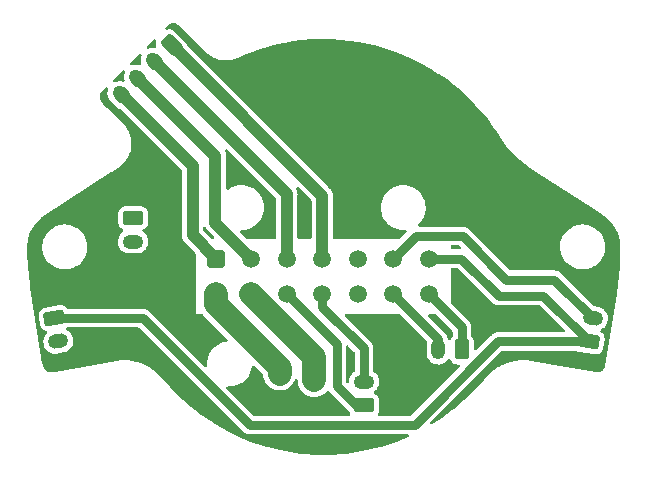
<source format=gbr>
%TF.GenerationSoftware,KiCad,Pcbnew,(6.0.0)*%
%TF.CreationDate,2022-01-12T17:49:16+01:00*%
%TF.ProjectId,v0_miniAB_pancake_board,76305f6d-696e-4694-9142-5f70616e6361,rev?*%
%TF.SameCoordinates,Original*%
%TF.FileFunction,Copper,L1,Top*%
%TF.FilePolarity,Positive*%
%FSLAX46Y46*%
G04 Gerber Fmt 4.6, Leading zero omitted, Abs format (unit mm)*
G04 Created by KiCad (PCBNEW (6.0.0)) date 2022-01-12 17:49:16*
%MOMM*%
%LPD*%
G01*
G04 APERTURE LIST*
G04 Aperture macros list*
%AMRoundRect*
0 Rectangle with rounded corners*
0 $1 Rounding radius*
0 $2 $3 $4 $5 $6 $7 $8 $9 X,Y pos of 4 corners*
0 Add a 4 corners polygon primitive as box body*
4,1,4,$2,$3,$4,$5,$6,$7,$8,$9,$2,$3,0*
0 Add four circle primitives for the rounded corners*
1,1,$1+$1,$2,$3*
1,1,$1+$1,$4,$5*
1,1,$1+$1,$6,$7*
1,1,$1+$1,$8,$9*
0 Add four rect primitives between the rounded corners*
20,1,$1+$1,$2,$3,$4,$5,0*
20,1,$1+$1,$4,$5,$6,$7,0*
20,1,$1+$1,$6,$7,$8,$9,0*
20,1,$1+$1,$8,$9,$2,$3,0*%
%AMHorizOval*
0 Thick line with rounded ends*
0 $1 width*
0 $2 $3 position (X,Y) of the first rounded end (center of the circle)*
0 $4 $5 position (X,Y) of the second rounded end (center of the circle)*
0 Add line between two ends*
20,1,$1,$2,$3,$4,$5,0*
0 Add two circle primitives to create the rounded ends*
1,1,$1,$2,$3*
1,1,$1,$4,$5*%
G04 Aperture macros list end*
%TA.AperFunction,ComponentPad*%
%ADD10RoundRect,0.250000X0.395409X-0.586218X0.586218X0.395409X-0.395409X0.586218X-0.586218X-0.395409X0*%
%TD*%
%TA.AperFunction,ComponentPad*%
%ADD11C,1.500000*%
%TD*%
%TA.AperFunction,ComponentPad*%
%ADD12RoundRect,0.249999X0.625001X-0.350001X0.625001X0.350001X-0.625001X0.350001X-0.625001X-0.350001X0*%
%TD*%
%TA.AperFunction,ComponentPad*%
%ADD13O,1.750000X1.200000*%
%TD*%
%TA.AperFunction,ComponentPad*%
%ADD14RoundRect,0.249999X0.350001X0.625001X-0.350001X0.625001X-0.350001X-0.625001X0.350001X-0.625001X0*%
%TD*%
%TA.AperFunction,ComponentPad*%
%ADD15O,1.200000X1.750000*%
%TD*%
%TA.AperFunction,ComponentPad*%
%ADD16RoundRect,0.250000X-0.500000X-0.500000X0.500000X-0.500000X0.500000X0.500000X-0.500000X0.500000X0*%
%TD*%
%TA.AperFunction,ComponentPad*%
%ADD17RoundRect,0.250000X-0.625000X0.350000X-0.625000X-0.350000X0.625000X-0.350000X0.625000X0.350000X0*%
%TD*%
%TA.AperFunction,ComponentPad*%
%ADD18RoundRect,0.249999X-0.194454X0.689431X-0.689431X0.194454X0.194454X-0.689431X0.689431X-0.194454X0*%
%TD*%
%TA.AperFunction,ComponentPad*%
%ADD19HorizOval,1.200000X-0.194454X0.194454X0.194454X-0.194454X0*%
%TD*%
%TA.AperFunction,ComponentPad*%
%ADD20RoundRect,0.249999X-0.676283X0.236153X-0.554729X-0.453214X0.676283X-0.236153X0.554729X0.453214X0*%
%TD*%
%TA.AperFunction,ComponentPad*%
%ADD21HorizOval,1.200000X-0.270822X-0.047753X0.270822X0.047753X0*%
%TD*%
%TA.AperFunction,ComponentPad*%
%ADD22RoundRect,0.249999X0.554729X-0.453214X0.676283X0.236153X-0.554729X0.453214X-0.676283X-0.236153X0*%
%TD*%
%TA.AperFunction,ComponentPad*%
%ADD23HorizOval,1.200000X-0.270822X0.047753X0.270822X-0.047753X0*%
%TD*%
%TA.AperFunction,Conductor*%
%ADD24C,1.000000*%
%TD*%
%TA.AperFunction,Conductor*%
%ADD25C,0.750000*%
%TD*%
%TA.AperFunction,Conductor*%
%ADD26C,2.000000*%
%TD*%
G04 APERTURE END LIST*
D10*
%TO.P,J2,1,Pin_1*%
%TO.N,/heat_high*%
X96260000Y-110730000D03*
D11*
%TO.P,J2,2,Pin_2*%
%TO.N,/heat_gnd*%
X99204882Y-111302427D03*
%TD*%
D12*
%TO.P,J3,1,Pin_1*%
%TO.N,/therm0*%
X103420000Y-113400000D03*
D13*
%TO.P,J3,2,Pin_2*%
%TO.N,/therm1*%
X103420000Y-111400000D03*
%TD*%
D14*
%TO.P,J6,1,Pin_1*%
%TO.N,Net-(J6-Pad1)*%
X111710000Y-108680000D03*
D15*
%TO.P,J6,2,Pin_2*%
%TO.N,/fan1*%
X109710000Y-108680000D03*
%TD*%
D16*
%TO.P,J9,1,Pin_1*%
%TO.N,/A+*%
X90880000Y-100990000D03*
D11*
%TO.P,J9,2,Pin_2*%
%TO.N,/A-*%
X93880000Y-100990000D03*
%TO.P,J9,3,Pin_3*%
%TO.N,/B+*%
X96880000Y-100990000D03*
%TO.P,J9,4,Pin_4*%
%TO.N,/B-*%
X99880000Y-100990000D03*
%TO.P,J9,5,Pin_5*%
%TO.N,/sw1*%
X102880000Y-100990000D03*
%TO.P,J9,6,Pin_6*%
%TO.N,/fan0*%
X105880000Y-100990000D03*
%TO.P,J9,7,Pin_7*%
%TO.N,Net-(J4-Pad1)*%
X108880000Y-100990000D03*
%TO.P,J9,8,Pin_8*%
%TO.N,/heat_high*%
X90880000Y-103990000D03*
%TO.P,J9,9,Pin_9*%
%TO.N,/heat_gnd*%
X93880000Y-103990000D03*
%TO.P,J9,10,Pin_10*%
%TO.N,/therm0*%
X96880000Y-103990000D03*
%TO.P,J9,11,Pin_11*%
%TO.N,/therm1*%
X99880000Y-103990000D03*
%TO.P,J9,12,Pin_12*%
%TO.N,/sw0*%
X102880000Y-103990000D03*
%TO.P,J9,13,Pin_13*%
%TO.N,/fan1*%
X105880000Y-103990000D03*
%TO.P,J9,14,Pin_14*%
%TO.N,Net-(J6-Pad1)*%
X108880000Y-103990000D03*
%TD*%
D17*
%TO.P,J7,1,Pin_1*%
%TO.N,/sw1*%
X83862000Y-97552000D03*
D13*
%TO.P,J7,2,Pin_2*%
%TO.N,/sw0*%
X83862000Y-99552000D03*
%TD*%
D18*
%TO.P,J1,1,Pin_1*%
%TO.N,/B-*%
X87130000Y-82930000D03*
D19*
%TO.P,J1,2,Pin_2*%
%TO.N,/B+*%
X85715786Y-84344214D03*
%TO.P,J1,3,Pin_3*%
%TO.N,/A-*%
X84301573Y-85758427D03*
%TO.P,J1,4,Pin_4*%
%TO.N,/A+*%
X82887359Y-87172641D03*
%TD*%
D20*
%TO.P,J4,1,Pin_1*%
%TO.N,Net-(J4-Pad1)*%
X77190000Y-106030000D03*
D21*
%TO.P,J4,2,Pin_2*%
%TO.N,/fan0*%
X77537296Y-107999616D03*
%TD*%
D22*
%TO.P,J5,1,Pin_1*%
%TO.N,Net-(J4-Pad1)*%
X122450000Y-108000000D03*
D23*
%TO.P,J5,2,Pin_2*%
%TO.N,/fan0*%
X122797296Y-106030384D03*
%TD*%
D24*
%TO.N,/B-*%
X99880000Y-100990000D02*
X99880000Y-95680000D01*
X99880000Y-95680000D02*
X87130000Y-82930000D01*
%TO.N,/B+*%
X96880000Y-95508428D02*
X96880000Y-100990000D01*
X85715786Y-84344214D02*
X96880000Y-95508428D01*
%TO.N,/A-*%
X90839999Y-92296853D02*
X84301573Y-85758427D01*
X90839999Y-97949999D02*
X90839999Y-92296853D01*
X93880000Y-100990000D02*
X90839999Y-97949999D01*
%TO.N,/A+*%
X88900000Y-93185282D02*
X82887359Y-87172641D01*
X90880000Y-100990000D02*
X88900000Y-99010000D01*
X88900000Y-99010000D02*
X88900000Y-93185282D01*
D25*
%TO.N,/therm1*%
X103420000Y-108590660D02*
X103420000Y-111400000D01*
X99880000Y-105050660D02*
X103420000Y-108590660D01*
X99880000Y-103990000D02*
X99880000Y-105050660D01*
%TO.N,/therm0*%
X102732000Y-113400000D02*
X103420000Y-113400000D01*
X101092000Y-108202000D02*
X101092000Y-111760000D01*
X96880000Y-103990000D02*
X101092000Y-108202000D01*
X101092000Y-111760000D02*
X102732000Y-113400000D01*
%TO.N,/fan0*%
X107810000Y-99060000D02*
X105880000Y-100990000D01*
X119532401Y-102765489D02*
X115465489Y-102765489D01*
X111760000Y-99060000D02*
X107810000Y-99060000D01*
X122797296Y-106030384D02*
X119532401Y-102765489D01*
X115465489Y-102765489D02*
X111760000Y-99060000D01*
D26*
%TO.N,/heat_high*%
X90880000Y-104858207D02*
X90880000Y-103990000D01*
X96260000Y-110730000D02*
X96260000Y-110238207D01*
X96260000Y-110238207D02*
X90880000Y-104858207D01*
D25*
%TO.N,/fan1*%
X109710000Y-108680000D02*
X109710000Y-107820000D01*
X109710000Y-107820000D02*
X105880000Y-103990000D01*
%TO.N,Net-(J4-Pad1)*%
X118590000Y-104140000D02*
X114808000Y-104140000D01*
X122450000Y-108000000D02*
X118590000Y-104140000D01*
X84694000Y-106030000D02*
X77190000Y-106030000D01*
X93726000Y-115062000D02*
X84694000Y-106030000D01*
X114758000Y-108000000D02*
X107696000Y-115062000D01*
X122450000Y-108000000D02*
X114758000Y-108000000D01*
X111658000Y-100990000D02*
X108880000Y-100990000D01*
X107696000Y-115062000D02*
X93726000Y-115062000D01*
X114808000Y-104140000D02*
X111658000Y-100990000D01*
%TO.N,Net-(J6-Pad1)*%
X111710000Y-106820000D02*
X111710000Y-108680000D01*
X108880000Y-103990000D02*
X111710000Y-106820000D01*
D26*
%TO.N,/heat_gnd*%
X99214423Y-109324423D02*
X93880000Y-103990000D01*
X99204882Y-109333964D02*
X99214423Y-109324423D01*
X99204882Y-111302427D02*
X99204882Y-109333964D01*
%TD*%
%TA.AperFunction,NonConductor*%
G36*
X85737314Y-82405624D02*
G01*
X85794150Y-82448171D01*
X85818961Y-82514691D01*
X85815323Y-82555015D01*
X85792043Y-82645684D01*
X85792042Y-82645693D01*
X85790071Y-82653369D01*
X85790071Y-82817723D01*
X85830944Y-82976913D01*
X85834763Y-82983861D01*
X85837175Y-82989952D01*
X85843653Y-83060652D01*
X85810879Y-83123631D01*
X85749259Y-83158894D01*
X85700369Y-83160266D01*
X85699419Y-83159994D01*
X85589467Y-83151533D01*
X85503121Y-83144889D01*
X85503117Y-83144889D01*
X85496761Y-83144400D01*
X85459834Y-83149065D01*
X85301438Y-83169075D01*
X85301435Y-83169076D01*
X85295108Y-83169875D01*
X85222908Y-83194454D01*
X85161480Y-83215366D01*
X85090547Y-83218384D01*
X85029243Y-83182574D01*
X84997032Y-83119305D01*
X85004139Y-83048665D01*
X85031779Y-83006993D01*
X85604187Y-82434585D01*
X85666499Y-82400559D01*
X85737314Y-82405624D01*
G37*
%TD.AperFunction*%
%TA.AperFunction,NonConductor*%
G36*
X84507517Y-83635421D02*
G01*
X84564353Y-83677968D01*
X84589164Y-83744488D01*
X84577864Y-83806329D01*
X84573138Y-83816556D01*
X84573136Y-83816562D01*
X84570462Y-83822349D01*
X84569006Y-83828558D01*
X84529270Y-83997973D01*
X84524048Y-84020236D01*
X84523870Y-84026610D01*
X84518981Y-84201622D01*
X84518372Y-84223413D01*
X84519481Y-84229700D01*
X84542253Y-84358843D01*
X84553668Y-84423581D01*
X84559927Y-84439390D01*
X84561061Y-84442254D01*
X84567539Y-84512955D01*
X84534765Y-84575934D01*
X84473145Y-84611197D01*
X84409179Y-84609755D01*
X84285206Y-84574207D01*
X84194413Y-84567221D01*
X84088908Y-84559102D01*
X84088904Y-84559102D01*
X84082548Y-84558613D01*
X84041640Y-84563781D01*
X83887225Y-84583288D01*
X83887222Y-84583289D01*
X83880895Y-84584088D01*
X83797245Y-84612565D01*
X83747267Y-84629579D01*
X83676334Y-84632597D01*
X83615030Y-84596787D01*
X83582819Y-84533518D01*
X83589926Y-84462878D01*
X83617566Y-84421206D01*
X84374390Y-83664382D01*
X84436702Y-83630356D01*
X84507517Y-83635421D01*
G37*
%TD.AperFunction*%
%TA.AperFunction,NonConductor*%
G36*
X83093304Y-85049634D02*
G01*
X83150140Y-85092181D01*
X83174951Y-85158701D01*
X83163651Y-85220542D01*
X83158925Y-85230769D01*
X83158923Y-85230775D01*
X83156249Y-85236562D01*
X83109835Y-85434449D01*
X83104159Y-85637626D01*
X83105268Y-85643913D01*
X83134385Y-85809039D01*
X83139455Y-85837794D01*
X83141802Y-85843722D01*
X83141804Y-85843729D01*
X83146847Y-85856465D01*
X83153328Y-85927165D01*
X83120556Y-85990146D01*
X83058936Y-86025410D01*
X82994967Y-86023969D01*
X82877128Y-85990180D01*
X82877124Y-85990179D01*
X82870992Y-85988421D01*
X82780199Y-85981435D01*
X82674694Y-85973316D01*
X82674690Y-85973316D01*
X82668334Y-85972827D01*
X82627426Y-85977995D01*
X82473011Y-85997502D01*
X82473008Y-85997503D01*
X82466681Y-85998302D01*
X82383034Y-86026778D01*
X82333053Y-86043793D01*
X82262120Y-86046811D01*
X82200816Y-86011001D01*
X82168605Y-85947732D01*
X82175712Y-85877092D01*
X82203352Y-85835420D01*
X82960177Y-85078595D01*
X83022489Y-85044569D01*
X83093304Y-85049634D01*
G37*
%TD.AperFunction*%
%TA.AperFunction,NonConductor*%
G36*
X97892886Y-94966385D02*
G01*
X98942595Y-96016094D01*
X98976621Y-96078406D01*
X98979500Y-96105189D01*
X98979500Y-99188000D01*
X98959498Y-99256121D01*
X98905842Y-99302614D01*
X98853500Y-99314000D01*
X97906500Y-99314000D01*
X97838379Y-99293998D01*
X97791886Y-99240342D01*
X97780500Y-99188000D01*
X97780500Y-95589215D01*
X97782051Y-95569504D01*
X97783187Y-95562332D01*
X97784219Y-95555816D01*
X97782101Y-95515388D01*
X97780673Y-95488149D01*
X97780500Y-95481555D01*
X97780500Y-95461236D01*
X97778659Y-95443720D01*
X97778376Y-95441023D01*
X97777859Y-95434448D01*
X97774944Y-95378834D01*
X97774313Y-95366783D01*
X97770725Y-95353392D01*
X97767122Y-95333950D01*
X97766365Y-95326743D01*
X97766364Y-95326739D01*
X97765674Y-95320172D01*
X97744734Y-95255726D01*
X97742860Y-95249400D01*
X97727028Y-95190313D01*
X97727027Y-95190310D01*
X97725320Y-95183940D01*
X97722323Y-95178057D01*
X97719027Y-95171588D01*
X97711464Y-95153331D01*
X97709661Y-95147784D01*
X97707179Y-95140144D01*
X97694671Y-95118479D01*
X97677934Y-95049483D01*
X97701155Y-94982392D01*
X97756963Y-94938505D01*
X97827638Y-94931757D01*
X97892886Y-94966385D01*
G37*
%TD.AperFunction*%
%TA.AperFunction,NonConductor*%
G36*
X91852888Y-91754816D02*
G01*
X95942595Y-95844523D01*
X95976621Y-95906835D01*
X95979500Y-95933618D01*
X95979500Y-99188000D01*
X95959498Y-99256121D01*
X95905842Y-99302614D01*
X95853500Y-99314000D01*
X93529691Y-99314000D01*
X93461570Y-99293998D01*
X93440596Y-99277096D01*
X92949095Y-98785595D01*
X92915070Y-98723283D01*
X92920134Y-98652468D01*
X92962681Y-98595632D01*
X93029201Y-98570821D01*
X93038190Y-98570500D01*
X93110070Y-98570500D01*
X93112338Y-98570335D01*
X93112350Y-98570335D01*
X93246603Y-98560594D01*
X93315083Y-98555625D01*
X93319538Y-98554641D01*
X93319541Y-98554641D01*
X93579947Y-98497148D01*
X93579950Y-98497147D01*
X93584403Y-98496164D01*
X93842319Y-98398449D01*
X93886707Y-98373794D01*
X94079435Y-98266743D01*
X94079436Y-98266742D01*
X94083428Y-98264525D01*
X94208306Y-98169221D01*
X94299046Y-98099970D01*
X94299047Y-98099969D01*
X94302678Y-98097198D01*
X94305873Y-98093930D01*
X94492283Y-97903242D01*
X94492287Y-97903237D01*
X94495477Y-97899974D01*
X94607986Y-97745403D01*
X94655100Y-97680676D01*
X94655102Y-97680673D01*
X94657787Y-97676984D01*
X94786206Y-97432899D01*
X94878045Y-97172832D01*
X94914516Y-96987792D01*
X94930499Y-96906704D01*
X94930500Y-96906698D01*
X94931380Y-96902232D01*
X94934539Y-96838776D01*
X94944867Y-96631336D01*
X94944867Y-96631330D01*
X94945094Y-96626767D01*
X94918898Y-96352208D01*
X94853343Y-96084306D01*
X94749801Y-95828674D01*
X94747500Y-95824744D01*
X94747497Y-95824738D01*
X94612745Y-95594597D01*
X94612740Y-95594590D01*
X94610442Y-95590665D01*
X94573882Y-95544949D01*
X94441036Y-95378834D01*
X94441035Y-95378833D01*
X94438184Y-95375268D01*
X94364033Y-95306000D01*
X94239972Y-95190108D01*
X94239969Y-95190106D01*
X94236636Y-95186992D01*
X94010021Y-95029784D01*
X93980865Y-95015279D01*
X93767173Y-94908968D01*
X93767170Y-94908967D01*
X93763086Y-94906935D01*
X93501002Y-94821020D01*
X93496510Y-94820240D01*
X93233043Y-94774494D01*
X93233035Y-94774493D01*
X93229262Y-94773838D01*
X93219029Y-94773329D01*
X93143695Y-94769578D01*
X93143687Y-94769578D01*
X93142124Y-94769500D01*
X92969930Y-94769500D01*
X92967662Y-94769665D01*
X92967650Y-94769665D01*
X92833397Y-94779406D01*
X92764917Y-94784375D01*
X92760462Y-94785359D01*
X92760459Y-94785359D01*
X92500053Y-94842852D01*
X92500050Y-94842853D01*
X92495597Y-94843836D01*
X92237681Y-94941551D01*
X92233694Y-94943765D01*
X92233693Y-94943766D01*
X92024564Y-95059927D01*
X91996572Y-95075475D01*
X91967817Y-95097420D01*
X91942941Y-95116405D01*
X91876654Y-95141832D01*
X91807143Y-95127385D01*
X91756477Y-95077651D01*
X91740499Y-95016242D01*
X91740499Y-92377640D01*
X91742050Y-92357929D01*
X91743186Y-92350757D01*
X91744218Y-92344241D01*
X91740672Y-92276574D01*
X91740499Y-92269980D01*
X91740499Y-92249661D01*
X91740155Y-92246387D01*
X91738375Y-92229448D01*
X91737858Y-92222873D01*
X91734813Y-92164771D01*
X91734312Y-92155208D01*
X91730724Y-92141817D01*
X91727121Y-92122375D01*
X91726364Y-92115168D01*
X91726363Y-92115164D01*
X91725673Y-92108597D01*
X91704733Y-92044151D01*
X91702859Y-92037825D01*
X91687027Y-91978738D01*
X91687026Y-91978735D01*
X91685319Y-91972365D01*
X91679026Y-91960013D01*
X91671463Y-91941756D01*
X91671022Y-91940400D01*
X91667178Y-91928569D01*
X91654674Y-91906911D01*
X91637936Y-91837916D01*
X91661156Y-91770824D01*
X91716963Y-91726937D01*
X91787638Y-91720188D01*
X91852888Y-91754816D01*
G37*
%TD.AperFunction*%
%TA.AperFunction,NonConductor*%
G36*
X90009012Y-98325549D02*
G01*
X90035621Y-98357776D01*
X90046703Y-98376972D01*
X90049848Y-98382765D01*
X90077618Y-98437265D01*
X90080616Y-98443148D01*
X90084770Y-98448277D01*
X90084770Y-98448278D01*
X90089338Y-98453919D01*
X90100533Y-98470208D01*
X90107466Y-98482215D01*
X90111887Y-98487125D01*
X90152814Y-98532579D01*
X90157098Y-98537595D01*
X90159631Y-98540723D01*
X90169880Y-98553379D01*
X90184229Y-98567728D01*
X90188770Y-98572512D01*
X90223960Y-98611594D01*
X90234128Y-98622887D01*
X90245350Y-98631040D01*
X90260378Y-98643877D01*
X90715406Y-99098905D01*
X90749432Y-99161217D01*
X90744367Y-99232032D01*
X90701820Y-99288868D01*
X90635300Y-99313679D01*
X90626311Y-99314000D01*
X90529689Y-99314000D01*
X90461568Y-99293998D01*
X90440594Y-99277095D01*
X89837405Y-98673906D01*
X89803379Y-98611594D01*
X89800500Y-98584811D01*
X89800500Y-98420773D01*
X89820502Y-98352652D01*
X89874158Y-98306159D01*
X89944432Y-98296055D01*
X90009012Y-98325549D01*
G37*
%TD.AperFunction*%
%TA.AperFunction,NonConductor*%
G36*
X111454709Y-99855502D02*
G01*
X111475683Y-99872405D01*
X111602683Y-99999405D01*
X111636709Y-100061717D01*
X111631644Y-100132532D01*
X111589097Y-100189368D01*
X111522577Y-100214179D01*
X111513588Y-100214500D01*
X110870000Y-100214500D01*
X110801879Y-100194498D01*
X110755386Y-100140842D01*
X110744000Y-100088500D01*
X110744000Y-99961500D01*
X110764002Y-99893379D01*
X110817658Y-99846886D01*
X110870000Y-99835500D01*
X111386588Y-99835500D01*
X111454709Y-99855502D01*
G37*
%TD.AperFunction*%
%TA.AperFunction,NonConductor*%
G36*
X109473209Y-105684002D02*
G01*
X109494183Y-105700905D01*
X110897595Y-107104317D01*
X110931621Y-107166629D01*
X110934500Y-107193412D01*
X110934500Y-107508364D01*
X110914498Y-107576485D01*
X110897595Y-107597459D01*
X110841919Y-107653135D01*
X110837883Y-107659959D01*
X110837881Y-107659962D01*
X110765886Y-107781700D01*
X110758256Y-107794601D01*
X110756045Y-107802211D01*
X110753443Y-107808224D01*
X110708032Y-107862798D01*
X110640324Y-107884157D01*
X110571817Y-107865520D01*
X110536277Y-107831923D01*
X110535797Y-107831056D01*
X110514935Y-107806715D01*
X110486793Y-107741053D01*
X110486412Y-107741135D01*
X110485989Y-107739177D01*
X110485988Y-107739175D01*
X110477680Y-107700748D01*
X110475619Y-107688166D01*
X110471798Y-107654098D01*
X110471797Y-107654096D01*
X110471013Y-107647102D01*
X110460538Y-107617024D01*
X110456377Y-107602219D01*
X110451133Y-107577962D01*
X110451132Y-107577959D01*
X110449645Y-107571081D01*
X110432176Y-107533619D01*
X110427384Y-107521816D01*
X110413796Y-107482797D01*
X110396919Y-107455788D01*
X110389578Y-107442268D01*
X110379092Y-107419780D01*
X110379090Y-107419777D01*
X110376117Y-107413401D01*
X110350792Y-107380752D01*
X110343498Y-107370296D01*
X110325332Y-107341224D01*
X110325331Y-107341222D01*
X110321600Y-107335252D01*
X110294141Y-107307601D01*
X110293608Y-107307031D01*
X110293106Y-107306384D01*
X110268224Y-107281502D01*
X110199006Y-107211799D01*
X110198006Y-107211164D01*
X110196843Y-107210121D01*
X108865817Y-105879095D01*
X108831791Y-105816783D01*
X108836856Y-105745968D01*
X108879403Y-105689132D01*
X108945923Y-105664321D01*
X108954912Y-105664000D01*
X109405088Y-105664000D01*
X109473209Y-105684002D01*
G37*
%TD.AperFunction*%
%TA.AperFunction,NonConductor*%
G36*
X111352709Y-101785502D02*
G01*
X111373683Y-101802405D01*
X114253345Y-104682068D01*
X114254273Y-104683005D01*
X114314760Y-104744772D01*
X114349508Y-104767166D01*
X114359831Y-104774584D01*
X114392140Y-104800375D01*
X114398482Y-104803441D01*
X114420819Y-104814240D01*
X114434229Y-104821766D01*
X114455076Y-104835200D01*
X114461004Y-104839020D01*
X114499835Y-104853153D01*
X114511576Y-104858113D01*
X114542435Y-104873031D01*
X114542437Y-104873032D01*
X114548780Y-104876098D01*
X114577711Y-104882777D01*
X114579816Y-104883263D01*
X114594566Y-104887633D01*
X114617869Y-104896115D01*
X114617877Y-104896117D01*
X114624493Y-104898525D01*
X114637746Y-104900199D01*
X114665485Y-104903704D01*
X114678033Y-104905939D01*
X114711438Y-104913651D01*
X114711444Y-104913652D01*
X114718302Y-104915235D01*
X114725342Y-104915260D01*
X114725346Y-104915260D01*
X114757239Y-104915371D01*
X114758059Y-104915398D01*
X114758863Y-104915500D01*
X114793979Y-104915500D01*
X114794419Y-104915501D01*
X114892284Y-104915843D01*
X114893443Y-104915584D01*
X114894992Y-104915500D01*
X118216588Y-104915500D01*
X118284709Y-104935502D01*
X118305683Y-104952405D01*
X120362683Y-107009405D01*
X120396709Y-107071717D01*
X120391644Y-107142532D01*
X120349097Y-107199368D01*
X120282577Y-107224179D01*
X120273588Y-107224500D01*
X114766868Y-107224500D01*
X114765548Y-107224493D01*
X114763954Y-107224476D01*
X114679135Y-107223588D01*
X114672249Y-107225077D01*
X114672247Y-107225077D01*
X114638749Y-107232320D01*
X114626166Y-107234381D01*
X114592098Y-107238202D01*
X114592096Y-107238203D01*
X114585102Y-107238987D01*
X114555024Y-107249462D01*
X114540219Y-107253623D01*
X114515962Y-107258867D01*
X114515959Y-107258868D01*
X114509081Y-107260355D01*
X114471619Y-107277824D01*
X114459818Y-107282615D01*
X114420797Y-107296204D01*
X114414823Y-107299937D01*
X114414821Y-107299938D01*
X114393788Y-107313081D01*
X114380268Y-107320422D01*
X114357780Y-107330908D01*
X114357777Y-107330910D01*
X114351401Y-107333883D01*
X114322896Y-107355994D01*
X114318752Y-107359208D01*
X114308295Y-107366502D01*
X114273252Y-107388400D01*
X114245601Y-107415859D01*
X114245031Y-107416392D01*
X114244384Y-107416894D01*
X114219502Y-107441776D01*
X114149799Y-107510994D01*
X114149164Y-107511994D01*
X114148121Y-107513157D01*
X112925595Y-108735683D01*
X112863283Y-108769709D01*
X112792468Y-108764644D01*
X112735632Y-108722097D01*
X112710821Y-108655577D01*
X112710500Y-108646588D01*
X112710499Y-107991779D01*
X112710499Y-107989306D01*
X112707598Y-107952430D01*
X112661744Y-107794601D01*
X112606240Y-107700749D01*
X112582119Y-107659962D01*
X112582117Y-107659959D01*
X112578081Y-107653135D01*
X112522405Y-107597459D01*
X112488379Y-107535147D01*
X112485500Y-107508364D01*
X112485500Y-106828819D01*
X112485507Y-106827500D01*
X112486337Y-106748177D01*
X112486411Y-106741135D01*
X112484924Y-106734257D01*
X112484923Y-106734248D01*
X112477680Y-106700749D01*
X112475619Y-106688167D01*
X112471798Y-106654102D01*
X112471013Y-106647102D01*
X112468697Y-106640453D01*
X112468696Y-106640446D01*
X112460538Y-106617019D01*
X112456376Y-106602213D01*
X112449645Y-106571081D01*
X112432176Y-106533619D01*
X112427384Y-106521816D01*
X112413796Y-106482797D01*
X112396919Y-106455788D01*
X112389578Y-106442268D01*
X112379092Y-106419780D01*
X112379090Y-106419777D01*
X112376117Y-106413401D01*
X112350792Y-106380752D01*
X112343498Y-106370296D01*
X112325332Y-106341224D01*
X112325331Y-106341222D01*
X112321600Y-106335252D01*
X112294141Y-106307601D01*
X112293608Y-106307031D01*
X112293106Y-106306384D01*
X112268224Y-106281502D01*
X112199006Y-106211799D01*
X112198006Y-106211164D01*
X112196843Y-106210121D01*
X110780905Y-104794183D01*
X110746879Y-104731871D01*
X110744000Y-104705088D01*
X110744000Y-101891500D01*
X110764002Y-101823379D01*
X110817658Y-101776886D01*
X110870000Y-101765500D01*
X111284588Y-101765500D01*
X111352709Y-101785502D01*
G37*
%TD.AperFunction*%
%TA.AperFunction,NonConductor*%
G36*
X102076012Y-108343848D02*
G01*
X102082595Y-108349977D01*
X102607595Y-108874977D01*
X102641621Y-108937289D01*
X102644500Y-108964072D01*
X102644500Y-110459273D01*
X102624498Y-110527394D01*
X102581821Y-110567379D01*
X102581881Y-110567465D01*
X102581294Y-110567873D01*
X102579583Y-110569476D01*
X102576643Y-110571105D01*
X102576636Y-110571110D01*
X102571056Y-110574203D01*
X102416729Y-110706477D01*
X102412822Y-110711514D01*
X102412820Y-110711516D01*
X102358331Y-110781763D01*
X102292152Y-110867081D01*
X102202413Y-111049455D01*
X102200804Y-111055633D01*
X102200803Y-111055635D01*
X102154063Y-111235074D01*
X102151178Y-111246148D01*
X102147281Y-111320502D01*
X102142270Y-111416125D01*
X102118731Y-111483106D01*
X102062715Y-111526727D01*
X101992009Y-111533139D01*
X101927348Y-111498626D01*
X101904405Y-111475683D01*
X101870379Y-111413371D01*
X101867500Y-111386588D01*
X101867500Y-108439072D01*
X101887502Y-108370951D01*
X101941158Y-108324458D01*
X102011432Y-108314354D01*
X102076012Y-108343848D01*
G37*
%TD.AperFunction*%
%TA.AperFunction,NonConductor*%
G36*
X94074590Y-110050986D02*
G01*
X94121974Y-110080787D01*
X94829594Y-110788407D01*
X94863620Y-110850719D01*
X94866048Y-110866849D01*
X94873880Y-110959148D01*
X94874531Y-110966823D01*
X94875869Y-110971978D01*
X94875870Y-110971984D01*
X94894491Y-111043728D01*
X94934240Y-111196874D01*
X94936434Y-111201744D01*
X95018578Y-111384097D01*
X95031857Y-111413576D01*
X95164591Y-111610732D01*
X95328645Y-111782705D01*
X95519330Y-111924579D01*
X95731193Y-112032295D01*
X95736284Y-112033876D01*
X95736287Y-112033877D01*
X95953081Y-112101193D01*
X95958176Y-112102775D01*
X95963465Y-112103476D01*
X96188506Y-112133304D01*
X96188509Y-112133304D01*
X96193789Y-112134004D01*
X96199118Y-112133804D01*
X96199119Y-112133804D01*
X96296159Y-112130161D01*
X96431295Y-112125087D01*
X96663904Y-112076281D01*
X96668863Y-112074323D01*
X96668865Y-112074322D01*
X96879998Y-111990941D01*
X96880000Y-111990940D01*
X96884963Y-111988980D01*
X96969045Y-111937958D01*
X97083593Y-111868448D01*
X97083592Y-111868448D01*
X97088153Y-111865681D01*
X97146505Y-111815046D01*
X97263631Y-111713410D01*
X97263633Y-111713408D01*
X97267664Y-111709910D01*
X97271047Y-111705784D01*
X97271051Y-111705780D01*
X97414977Y-111530248D01*
X97418362Y-111526120D01*
X97433100Y-111500230D01*
X97514485Y-111357256D01*
X97535939Y-111319567D01*
X97559943Y-111253438D01*
X97601988Y-111196230D01*
X97668287Y-111170835D01*
X97737792Y-111185315D01*
X97788434Y-111235074D01*
X97804382Y-111296430D01*
X97804382Y-111362107D01*
X97819413Y-111539250D01*
X97820751Y-111544405D01*
X97820752Y-111544411D01*
X97848183Y-111650097D01*
X97879122Y-111769301D01*
X97901679Y-111819375D01*
X97949070Y-111924579D01*
X97976739Y-111986003D01*
X98109473Y-112183159D01*
X98113152Y-112187016D01*
X98113154Y-112187018D01*
X98153710Y-112229531D01*
X98273527Y-112355132D01*
X98464212Y-112497006D01*
X98676075Y-112604722D01*
X98681166Y-112606303D01*
X98681169Y-112606304D01*
X98837874Y-112654962D01*
X98903058Y-112675202D01*
X98908347Y-112675903D01*
X99133388Y-112705731D01*
X99133391Y-112705731D01*
X99138671Y-112706431D01*
X99144000Y-112706231D01*
X99144001Y-112706231D01*
X99241041Y-112702588D01*
X99376177Y-112697514D01*
X99608786Y-112648708D01*
X99613745Y-112646750D01*
X99613747Y-112646749D01*
X99824880Y-112563368D01*
X99824882Y-112563367D01*
X99829845Y-112561407D01*
X99869197Y-112537528D01*
X100016312Y-112448256D01*
X100033035Y-112438108D01*
X100064080Y-112411169D01*
X100208513Y-112285837D01*
X100208515Y-112285835D01*
X100212546Y-112282337D01*
X100266605Y-112216407D01*
X100325262Y-112176415D01*
X100396232Y-112174483D01*
X100456981Y-112211227D01*
X100470888Y-112229526D01*
X100480400Y-112244748D01*
X100507859Y-112272399D01*
X100508392Y-112272969D01*
X100508894Y-112273616D01*
X100533776Y-112298498D01*
X100602994Y-112368201D01*
X100603994Y-112368836D01*
X100605157Y-112369879D01*
X102148912Y-113913634D01*
X102180814Y-113967575D01*
X102193256Y-114010399D01*
X102197293Y-114017225D01*
X102197294Y-114017227D01*
X102244094Y-114096361D01*
X102261554Y-114165177D01*
X102239037Y-114232508D01*
X102183693Y-114276977D01*
X102135641Y-114286500D01*
X94099412Y-114286500D01*
X94031291Y-114266498D01*
X94010317Y-114249595D01*
X91779769Y-112019047D01*
X91745743Y-111956735D01*
X91750808Y-111885920D01*
X91793355Y-111829084D01*
X91859875Y-111804273D01*
X91875125Y-111804108D01*
X91908638Y-111805776D01*
X91915679Y-111806127D01*
X91915681Y-111806127D01*
X91917247Y-111806205D01*
X92089441Y-111806205D01*
X92091709Y-111806040D01*
X92091721Y-111806040D01*
X92232392Y-111795833D01*
X92294454Y-111791330D01*
X92298909Y-111790346D01*
X92298912Y-111790346D01*
X92559318Y-111732853D01*
X92559321Y-111732852D01*
X92563774Y-111731869D01*
X92821690Y-111634154D01*
X92955132Y-111560034D01*
X93058806Y-111502448D01*
X93058807Y-111502447D01*
X93062799Y-111500230D01*
X93252550Y-111355416D01*
X93278417Y-111335675D01*
X93278418Y-111335674D01*
X93282049Y-111332903D01*
X93295086Y-111319567D01*
X93471654Y-111138947D01*
X93471658Y-111138942D01*
X93474848Y-111135679D01*
X93517220Y-111077466D01*
X93634471Y-110916381D01*
X93634473Y-110916378D01*
X93637158Y-110912689D01*
X93765577Y-110668604D01*
X93857416Y-110408537D01*
X93909257Y-110145515D01*
X93942055Y-110082549D01*
X94003688Y-110047310D01*
X94074590Y-110050986D01*
G37*
%TD.AperFunction*%
%TA.AperFunction,NonConductor*%
G36*
X106473209Y-105684002D02*
G01*
X106494183Y-105700905D01*
X108733990Y-107940712D01*
X108768016Y-108003024D01*
X108760533Y-108079846D01*
X108751414Y-108100919D01*
X108750108Y-108107171D01*
X108711396Y-108292476D01*
X108709849Y-108299880D01*
X108709500Y-108306539D01*
X108709500Y-109005800D01*
X108709823Y-109008979D01*
X108723853Y-109147102D01*
X108724880Y-109157216D01*
X108785662Y-109351172D01*
X108884203Y-109528944D01*
X109016477Y-109683271D01*
X109177081Y-109807848D01*
X109359455Y-109897587D01*
X109365633Y-109899196D01*
X109365635Y-109899197D01*
X109549966Y-109947212D01*
X109549969Y-109947212D01*
X109556148Y-109948822D01*
X109628203Y-109952598D01*
X109752744Y-109959125D01*
X109752748Y-109959125D01*
X109759126Y-109959459D01*
X109960097Y-109929065D01*
X110150852Y-109858881D01*
X110156273Y-109855520D01*
X110318176Y-109755137D01*
X110318180Y-109755134D01*
X110323599Y-109751774D01*
X110471280Y-109612119D01*
X110475927Y-109605483D01*
X110532855Y-109524181D01*
X110588312Y-109479853D01*
X110658932Y-109472544D01*
X110722292Y-109504575D01*
X110750962Y-109551345D01*
X110752895Y-109550509D01*
X110756044Y-109557786D01*
X110758256Y-109565399D01*
X110762293Y-109572225D01*
X110837881Y-109700038D01*
X110837883Y-109700041D01*
X110841919Y-109706865D01*
X110958135Y-109823081D01*
X110964959Y-109827117D01*
X110964962Y-109827119D01*
X111049121Y-109876890D01*
X111099601Y-109906744D01*
X111107213Y-109908955D01*
X111107214Y-109908956D01*
X111179717Y-109930020D01*
X111257430Y-109952598D01*
X111270583Y-109953633D01*
X111291846Y-109955307D01*
X111291859Y-109955308D01*
X111294305Y-109955500D01*
X111401588Y-109955500D01*
X111469709Y-109975502D01*
X111516202Y-110029158D01*
X111526306Y-110099432D01*
X111496812Y-110164012D01*
X111490683Y-110170595D01*
X107411683Y-114249595D01*
X107349371Y-114283621D01*
X107322588Y-114286500D01*
X104704359Y-114286500D01*
X104636238Y-114266498D01*
X104589745Y-114212842D01*
X104579641Y-114142568D01*
X104595906Y-114096361D01*
X104641142Y-114019872D01*
X104646744Y-114010399D01*
X104692598Y-113852570D01*
X104693633Y-113839417D01*
X104695307Y-113818154D01*
X104695308Y-113818141D01*
X104695500Y-113815695D01*
X104695499Y-112984306D01*
X104692598Y-112947430D01*
X104646744Y-112789601D01*
X104630020Y-112761323D01*
X104567119Y-112654962D01*
X104567117Y-112654959D01*
X104563081Y-112648135D01*
X104446865Y-112531919D01*
X104440041Y-112527883D01*
X104440038Y-112527881D01*
X104312220Y-112452290D01*
X104305399Y-112448256D01*
X104297792Y-112446046D01*
X104291773Y-112443441D01*
X104237200Y-112398029D01*
X104215842Y-112330321D01*
X104234481Y-112261814D01*
X104268078Y-112226277D01*
X104268944Y-112225797D01*
X104423271Y-112093523D01*
X104436646Y-112076281D01*
X104502842Y-111990941D01*
X104547848Y-111932919D01*
X104637587Y-111750545D01*
X104641966Y-111733733D01*
X104687212Y-111560034D01*
X104687212Y-111560031D01*
X104688822Y-111553852D01*
X104694335Y-111448648D01*
X104699125Y-111357256D01*
X104699125Y-111357252D01*
X104699459Y-111350874D01*
X104669065Y-111149903D01*
X104662473Y-111131985D01*
X104630000Y-111043728D01*
X104598881Y-110959148D01*
X104572092Y-110915941D01*
X104495137Y-110791824D01*
X104495134Y-110791820D01*
X104491774Y-110786401D01*
X104380379Y-110668604D01*
X104356508Y-110643361D01*
X104356507Y-110643360D01*
X104352119Y-110638720D01*
X104346886Y-110635056D01*
X104346884Y-110635054D01*
X104249230Y-110566676D01*
X104204901Y-110511219D01*
X104195500Y-110463463D01*
X104195500Y-108599528D01*
X104195507Y-108598208D01*
X104196338Y-108518842D01*
X104196412Y-108511795D01*
X104187680Y-108471408D01*
X104185619Y-108458826D01*
X104181798Y-108424758D01*
X104181797Y-108424756D01*
X104181013Y-108417762D01*
X104170538Y-108387684D01*
X104166377Y-108372879D01*
X104161133Y-108348622D01*
X104161132Y-108348619D01*
X104159645Y-108341741D01*
X104142176Y-108304279D01*
X104137384Y-108292476D01*
X104123796Y-108253457D01*
X104106919Y-108226448D01*
X104099578Y-108212928D01*
X104089092Y-108190440D01*
X104089090Y-108190437D01*
X104086117Y-108184061D01*
X104060792Y-108151412D01*
X104053498Y-108140956D01*
X104035332Y-108111884D01*
X104035331Y-108111882D01*
X104031600Y-108105912D01*
X104004141Y-108078261D01*
X104003608Y-108077691D01*
X104003106Y-108077044D01*
X103978224Y-108052162D01*
X103909006Y-107982459D01*
X103908006Y-107981824D01*
X103906843Y-107980781D01*
X101805157Y-105879095D01*
X101771131Y-105816783D01*
X101776196Y-105745968D01*
X101818743Y-105689132D01*
X101885263Y-105664321D01*
X101894252Y-105664000D01*
X106405088Y-105664000D01*
X106473209Y-105684002D01*
G37*
%TD.AperFunction*%
%TA.AperFunction,NonConductor*%
G36*
X87353096Y-81022155D02*
G01*
X87456406Y-81045734D01*
X87483035Y-81055052D01*
X87578506Y-81101028D01*
X87602396Y-81116039D01*
X87668525Y-81168776D01*
X87679338Y-81180086D01*
X87679974Y-81179450D01*
X87686989Y-81186465D01*
X87692816Y-81194485D01*
X87700836Y-81200312D01*
X87700838Y-81200314D01*
X87710585Y-81207395D01*
X87725619Y-81220236D01*
X89975772Y-83470389D01*
X89988613Y-83485423D01*
X89995694Y-83495170D01*
X89995697Y-83495173D01*
X90001523Y-83503192D01*
X90006553Y-83506847D01*
X90012512Y-83512124D01*
X90012513Y-83512125D01*
X90185905Y-83665660D01*
X90220206Y-83696033D01*
X90223352Y-83698201D01*
X90457109Y-83859298D01*
X90457113Y-83859300D01*
X90460251Y-83861463D01*
X90718552Y-83996625D01*
X90722119Y-83997971D01*
X90722124Y-83997973D01*
X90764676Y-84014027D01*
X90991312Y-84099533D01*
X91157957Y-84140216D01*
X91270814Y-84167768D01*
X91270818Y-84167769D01*
X91274522Y-84168673D01*
X91278306Y-84169122D01*
X91278311Y-84169123D01*
X91560224Y-84202579D01*
X91560228Y-84202579D01*
X91564018Y-84203029D01*
X91567837Y-84203017D01*
X91567841Y-84203017D01*
X91706779Y-84202573D01*
X91855544Y-84202097D01*
X91859337Y-84201622D01*
X91859341Y-84201622D01*
X91999812Y-84184039D01*
X92144814Y-84165890D01*
X92148527Y-84164958D01*
X92148534Y-84164957D01*
X92423859Y-84095872D01*
X92423864Y-84095870D01*
X92427576Y-84094939D01*
X92693931Y-83992498D01*
X92699922Y-83990835D01*
X92713633Y-83981756D01*
X92733581Y-83970992D01*
X93441214Y-83667825D01*
X93446606Y-83665660D01*
X94201171Y-83382803D01*
X94206657Y-83380890D01*
X94862192Y-83169075D01*
X94973424Y-83133134D01*
X94978993Y-83131475D01*
X95238516Y-83060652D01*
X95756398Y-82919324D01*
X95762030Y-82917926D01*
X96548367Y-82741847D01*
X96554064Y-82740708D01*
X97128449Y-82639643D01*
X97347716Y-82601062D01*
X97353450Y-82600190D01*
X98152669Y-82497285D01*
X98158431Y-82496678D01*
X98961551Y-82430729D01*
X98967353Y-82430387D01*
X99772656Y-82401535D01*
X99778466Y-82401461D01*
X99967398Y-82403408D01*
X100584246Y-82409766D01*
X100590045Y-82409960D01*
X100771374Y-82420202D01*
X101394573Y-82455405D01*
X101400365Y-82455866D01*
X102201957Y-82538356D01*
X102207722Y-82539084D01*
X103004652Y-82658440D01*
X103010377Y-82659433D01*
X103800959Y-82815403D01*
X103806632Y-82816659D01*
X104589175Y-83008910D01*
X104594784Y-83010426D01*
X105367638Y-83238552D01*
X105373158Y-83240321D01*
X105510614Y-83287886D01*
X106134675Y-83503837D01*
X106140121Y-83505863D01*
X106888683Y-83804207D01*
X106894025Y-83806480D01*
X107313730Y-83996625D01*
X107628027Y-84139015D01*
X107633263Y-84141534D01*
X108351164Y-84507559D01*
X108356277Y-84510316D01*
X108890198Y-84814334D01*
X109056529Y-84909044D01*
X109061503Y-84912030D01*
X109706848Y-85319999D01*
X109742628Y-85342618D01*
X109747467Y-85345835D01*
X110408028Y-85807376D01*
X110412713Y-85810813D01*
X111051286Y-86302309D01*
X111055807Y-86305958D01*
X111671034Y-86826367D01*
X111675383Y-86830221D01*
X112265984Y-87378458D01*
X112270150Y-87382509D01*
X112834812Y-87957358D01*
X112838784Y-87961592D01*
X113257770Y-88429454D01*
X113376372Y-88561892D01*
X113380148Y-88566309D01*
X113889481Y-89190746D01*
X113893042Y-89195323D01*
X114373078Y-89842622D01*
X114376400Y-89847326D01*
X114638906Y-90237709D01*
X114805990Y-90486187D01*
X114816894Y-90506055D01*
X114823479Y-90521130D01*
X114829793Y-90528242D01*
X114831136Y-90530223D01*
X114831666Y-90531052D01*
X114831675Y-90531082D01*
X114832028Y-90531619D01*
X114833359Y-90533701D01*
X114834404Y-90535045D01*
X115137421Y-90982050D01*
X115138438Y-90983390D01*
X115138444Y-90983398D01*
X115473566Y-91424840D01*
X115474604Y-91426207D01*
X115835102Y-91851660D01*
X115836247Y-91852873D01*
X115836255Y-91852882D01*
X115955051Y-91978738D01*
X116217878Y-92257186D01*
X116621832Y-92641619D01*
X117045804Y-93003856D01*
X117488577Y-93342856D01*
X117489976Y-93343812D01*
X117489986Y-93343820D01*
X117934334Y-93647699D01*
X117935674Y-93648750D01*
X117937747Y-93650088D01*
X117938279Y-93650442D01*
X117938317Y-93650456D01*
X117939177Y-93651011D01*
X117941119Y-93652339D01*
X117948207Y-93658684D01*
X117969020Y-93667878D01*
X117986094Y-93677050D01*
X122849492Y-96794529D01*
X123620577Y-97288801D01*
X123636616Y-97300996D01*
X123652386Y-97315112D01*
X123662127Y-97319414D01*
X123685007Y-97332539D01*
X123708568Y-97349563D01*
X123922817Y-97504364D01*
X123933147Y-97512689D01*
X124174112Y-97728778D01*
X124183508Y-97738142D01*
X124282624Y-97847911D01*
X124400423Y-97978373D01*
X124408773Y-97988660D01*
X124497830Y-98111035D01*
X124599225Y-98250363D01*
X124606453Y-98261480D01*
X124768340Y-98541768D01*
X124774354Y-98553575D01*
X124782690Y-98572321D01*
X124905869Y-98849322D01*
X124910613Y-98861710D01*
X125010301Y-99169632D01*
X125013717Y-99182451D01*
X125080477Y-99499144D01*
X125082527Y-99512251D01*
X125094888Y-99632513D01*
X125102427Y-99705852D01*
X125115622Y-99834230D01*
X125116281Y-99847473D01*
X125115481Y-100122789D01*
X125115428Y-100140856D01*
X125112590Y-100167082D01*
X125110341Y-100177497D01*
X125111294Y-100186852D01*
X125111272Y-100187543D01*
X125109728Y-100196820D01*
X125111202Y-100206624D01*
X125111202Y-100206625D01*
X125112442Y-100214876D01*
X125113809Y-100236479D01*
X125097631Y-100946090D01*
X125097489Y-100949857D01*
X125058101Y-101696384D01*
X125057846Y-101700144D01*
X124996149Y-102445132D01*
X124995782Y-102448883D01*
X124916474Y-103150605D01*
X124911829Y-103191700D01*
X124911350Y-103195439D01*
X124810571Y-103898065D01*
X124805668Y-103919150D01*
X124803088Y-103927081D01*
X124803088Y-103927084D01*
X124800021Y-103936511D01*
X124800018Y-103946425D01*
X124800014Y-103957809D01*
X124798407Y-103977825D01*
X123813641Y-110083380D01*
X123807159Y-110107598D01*
X123807095Y-110107905D01*
X123803574Y-110117173D01*
X123803089Y-110127078D01*
X123801062Y-110136782D01*
X123800301Y-110136623D01*
X123797475Y-110152048D01*
X123782947Y-110196845D01*
X123770862Y-110234111D01*
X123759795Y-110258813D01*
X123705177Y-110352280D01*
X123689089Y-110374048D01*
X123615774Y-110453687D01*
X123595407Y-110471517D01*
X123506769Y-110533662D01*
X123483066Y-110546730D01*
X123383201Y-110588510D01*
X123357254Y-110596214D01*
X123250768Y-110615700D01*
X123223777Y-110617684D01*
X123137557Y-110614729D01*
X123122093Y-110612127D01*
X123121983Y-110612897D01*
X123112163Y-110611494D01*
X123102687Y-110608574D01*
X123088922Y-110608783D01*
X123086772Y-110608816D01*
X123064201Y-110607127D01*
X119515643Y-110017444D01*
X117097737Y-109615648D01*
X117096908Y-109615445D01*
X117095710Y-109614835D01*
X117082685Y-109612772D01*
X117035144Y-109605242D01*
X117034202Y-109605089D01*
X117008505Y-109600819D01*
X117008495Y-109600818D01*
X117005078Y-109600250D01*
X117003766Y-109600240D01*
X117002868Y-109600130D01*
X116980359Y-109596565D01*
X116980356Y-109596565D01*
X116970562Y-109595014D01*
X116964648Y-109595951D01*
X116583035Y-109612772D01*
X116198514Y-109663886D01*
X116195818Y-109664490D01*
X116195810Y-109664491D01*
X115822695Y-109748026D01*
X115822687Y-109748028D01*
X115819981Y-109748634D01*
X115817333Y-109749478D01*
X115817331Y-109749478D01*
X115453013Y-109865520D01*
X115453004Y-109865523D01*
X115450374Y-109866361D01*
X115363552Y-109902707D01*
X115095115Y-110015081D01*
X115095109Y-110015084D01*
X115092558Y-110016152D01*
X114940769Y-110096057D01*
X114815587Y-110161956D01*
X114749311Y-110196845D01*
X114746980Y-110198348D01*
X114425622Y-110405537D01*
X114425615Y-110405542D01*
X114423293Y-110407039D01*
X114117035Y-110645104D01*
X114115008Y-110646988D01*
X114115001Y-110646994D01*
X114025622Y-110730071D01*
X113832911Y-110909193D01*
X113826429Y-110916381D01*
X113581829Y-111187604D01*
X113581828Y-111187606D01*
X113577087Y-111192863D01*
X113572604Y-111196826D01*
X113571355Y-111198944D01*
X113567574Y-111205358D01*
X113567572Y-111205360D01*
X113564264Y-111210972D01*
X113551032Y-111229395D01*
X113044627Y-111815046D01*
X113040706Y-111819375D01*
X112490065Y-112399501D01*
X112482922Y-112407026D01*
X112478814Y-112411157D01*
X112171301Y-112706431D01*
X111894413Y-112972299D01*
X111890107Y-112976246D01*
X111280327Y-113509694D01*
X111275842Y-113513438D01*
X110641971Y-114018063D01*
X110637317Y-114021594D01*
X110469992Y-114142568D01*
X109980766Y-114496273D01*
X109975988Y-114499562D01*
X109298073Y-114943343D01*
X109293134Y-114946414D01*
X109220688Y-114989178D01*
X109209953Y-114995515D01*
X109141122Y-115012918D01*
X109073809Y-114990346D01*
X109029386Y-114934965D01*
X109021956Y-114864358D01*
X109056808Y-114797914D01*
X115042317Y-108812405D01*
X115104629Y-108778379D01*
X115131412Y-108775500D01*
X121367130Y-108775500D01*
X121422760Y-108788446D01*
X121460534Y-108807033D01*
X121560252Y-108856101D01*
X121566481Y-108857712D01*
X121566484Y-108857713D01*
X121593672Y-108864744D01*
X121593680Y-108864746D01*
X121596063Y-108865362D01*
X121598480Y-108865788D01*
X121598493Y-108865791D01*
X122875911Y-109091033D01*
X122956466Y-109105237D01*
X122958917Y-109105473D01*
X122958924Y-109105474D01*
X122986876Y-109108166D01*
X122986879Y-109108166D01*
X122993286Y-109108783D01*
X123119880Y-109095031D01*
X123148800Y-109091889D01*
X123148801Y-109091889D01*
X123156679Y-109091033D01*
X123164097Y-109088245D01*
X123164100Y-109088244D01*
X123303102Y-109035996D01*
X123303104Y-109035995D01*
X123310524Y-109033206D01*
X123445155Y-108938936D01*
X123552112Y-108814148D01*
X123624676Y-108666679D01*
X123633938Y-108630868D01*
X123778306Y-107812109D01*
X123781852Y-107775290D01*
X123764102Y-107611896D01*
X123758676Y-107597459D01*
X123709065Y-107465473D01*
X123709064Y-107465471D01*
X123706275Y-107458051D01*
X123612005Y-107323420D01*
X123604709Y-107317166D01*
X123493234Y-107221621D01*
X123487216Y-107216463D01*
X123480104Y-107212963D01*
X123474636Y-107209358D01*
X123428776Y-107155161D01*
X123419498Y-107084773D01*
X123449746Y-107020543D01*
X123489011Y-106991374D01*
X123489945Y-106991052D01*
X123664897Y-106887586D01*
X123692519Y-106862540D01*
X123810739Y-106755345D01*
X123810740Y-106755344D01*
X123815470Y-106751055D01*
X123935514Y-106587034D01*
X123985974Y-106476821D01*
X124017472Y-106408024D01*
X124017474Y-106408019D01*
X124020126Y-106402226D01*
X124027498Y-106370296D01*
X124064412Y-106210399D01*
X124065848Y-106204179D01*
X124070814Y-106000983D01*
X124054608Y-105910912D01*
X124041783Y-105839637D01*
X124034820Y-105800939D01*
X124023905Y-105773647D01*
X123961708Y-105618143D01*
X123961707Y-105618141D01*
X123959338Y-105612218D01*
X123847449Y-105442530D01*
X123703724Y-105298806D01*
X123693885Y-105292318D01*
X123639338Y-105256351D01*
X123534036Y-105186917D01*
X123497459Y-105172287D01*
X123477269Y-105164212D01*
X123345315Y-105111434D01*
X123340601Y-105110346D01*
X123340599Y-105110345D01*
X123340435Y-105110307D01*
X123340423Y-105110305D01*
X123338818Y-105109934D01*
X123206002Y-105086515D01*
X122934501Y-105038642D01*
X122867286Y-105003651D01*
X120087102Y-102223468D01*
X120086174Y-102222531D01*
X120030570Y-102165750D01*
X120030569Y-102165749D01*
X120025641Y-102160717D01*
X120019722Y-102156903D01*
X120019719Y-102156900D01*
X119990904Y-102138330D01*
X119980551Y-102130891D01*
X119973540Y-102125294D01*
X119948261Y-102105114D01*
X119941924Y-102102051D01*
X119941920Y-102102048D01*
X119919592Y-102091255D01*
X119906175Y-102083726D01*
X119885321Y-102070287D01*
X119879397Y-102066469D01*
X119840550Y-102052330D01*
X119828829Y-102047379D01*
X119791621Y-102029392D01*
X119784757Y-102027807D01*
X119784756Y-102027807D01*
X119760594Y-102022229D01*
X119745841Y-102017859D01*
X119743030Y-102016836D01*
X119715908Y-102006964D01*
X119674890Y-102001782D01*
X119662366Y-101999551D01*
X119622099Y-101990254D01*
X119615053Y-101990229D01*
X119615049Y-101990229D01*
X119583162Y-101990118D01*
X119582342Y-101990091D01*
X119581538Y-101989989D01*
X119546422Y-101989989D01*
X119545982Y-101989988D01*
X119545461Y-101989986D01*
X119448117Y-101989646D01*
X119446958Y-101989905D01*
X119445409Y-101989989D01*
X115838902Y-101989989D01*
X115770781Y-101969987D01*
X115749807Y-101953084D01*
X113736889Y-99940167D01*
X120016087Y-99940167D01*
X120017306Y-99971205D01*
X120025878Y-100189368D01*
X120026650Y-100209028D01*
X120074991Y-100473718D01*
X120160145Y-100728956D01*
X120280413Y-100969649D01*
X120282938Y-100973303D01*
X120282939Y-100973304D01*
X120349498Y-101069607D01*
X120433395Y-101190995D01*
X120616038Y-101388578D01*
X120619492Y-101391390D01*
X120821243Y-101555641D01*
X120821247Y-101555644D01*
X120824700Y-101558455D01*
X120828522Y-101560756D01*
X120984422Y-101654615D01*
X121055215Y-101697236D01*
X121151761Y-101738118D01*
X121298882Y-101800417D01*
X121298887Y-101800419D01*
X121302985Y-101802154D01*
X121307282Y-101803293D01*
X121307287Y-101803295D01*
X121558766Y-101869973D01*
X121563066Y-101871113D01*
X121567483Y-101871636D01*
X121567484Y-101871636D01*
X121649957Y-101881397D01*
X121830269Y-101902738D01*
X122099263Y-101896399D01*
X122103658Y-101895667D01*
X122103663Y-101895667D01*
X122360277Y-101852955D01*
X122360281Y-101852954D01*
X122364679Y-101852222D01*
X122531554Y-101799447D01*
X122616977Y-101772431D01*
X122616979Y-101772430D01*
X122621223Y-101771088D01*
X122863776Y-101654615D01*
X122979259Y-101577452D01*
X123083790Y-101507607D01*
X123083794Y-101507604D01*
X123087498Y-101505129D01*
X123090815Y-101502158D01*
X123090819Y-101502155D01*
X123284607Y-101328584D01*
X123284608Y-101328583D01*
X123287925Y-101325612D01*
X123461058Y-101119645D01*
X123474251Y-101098492D01*
X123552325Y-100973304D01*
X123603444Y-100891338D01*
X123619571Y-100854861D01*
X123710442Y-100649313D01*
X123712240Y-100645246D01*
X123785276Y-100386280D01*
X123795704Y-100308639D01*
X123820667Y-100122789D01*
X123820668Y-100122781D01*
X123821094Y-100119607D01*
X123822364Y-100079198D01*
X123824752Y-100003222D01*
X123824752Y-100003217D01*
X123824853Y-100000000D01*
X123818359Y-99908272D01*
X123806165Y-99736053D01*
X123805850Y-99731604D01*
X123798933Y-99699473D01*
X123750155Y-99472915D01*
X123749218Y-99468563D01*
X123738618Y-99439828D01*
X123657630Y-99220303D01*
X123656089Y-99216126D01*
X123633690Y-99174613D01*
X123530434Y-98983245D01*
X123530434Y-98983244D01*
X123528321Y-98979329D01*
X123368462Y-98762897D01*
X123364214Y-98758581D01*
X123230634Y-98622887D01*
X123179702Y-98571149D01*
X123176163Y-98568448D01*
X123176156Y-98568442D01*
X122988728Y-98425402D01*
X122965808Y-98407910D01*
X122948914Y-98398449D01*
X122734933Y-98278613D01*
X122734930Y-98278612D01*
X122731047Y-98276437D01*
X122726908Y-98274836D01*
X122726900Y-98274832D01*
X122541034Y-98202927D01*
X122480104Y-98179355D01*
X122475779Y-98178352D01*
X122475774Y-98178351D01*
X122331762Y-98144971D01*
X122217985Y-98118599D01*
X121949920Y-98095382D01*
X121945485Y-98095626D01*
X121945481Y-98095626D01*
X121836438Y-98101627D01*
X121681259Y-98110167D01*
X121676896Y-98111035D01*
X121676895Y-98111035D01*
X121640799Y-98118215D01*
X121417361Y-98162660D01*
X121280158Y-98210842D01*
X121167700Y-98250334D01*
X121167697Y-98250335D01*
X121163492Y-98251812D01*
X121159539Y-98253865D01*
X121159533Y-98253868D01*
X121024711Y-98323903D01*
X120924717Y-98375846D01*
X120921102Y-98378429D01*
X120921096Y-98378433D01*
X120818974Y-98451411D01*
X120705801Y-98532286D01*
X120702574Y-98535364D01*
X120702572Y-98535366D01*
X120531256Y-98698793D01*
X120511111Y-98718010D01*
X120508355Y-98721506D01*
X120479128Y-98758581D01*
X120344533Y-98929314D01*
X120289069Y-99024802D01*
X120211627Y-99158127D01*
X120211624Y-99158133D01*
X120209389Y-99161981D01*
X120177650Y-99240342D01*
X120110050Y-99407236D01*
X120110047Y-99407244D01*
X120108377Y-99411368D01*
X120043512Y-99672500D01*
X120016087Y-99940167D01*
X113736889Y-99940167D01*
X112314702Y-98517980D01*
X112313774Y-98517043D01*
X112258169Y-98460261D01*
X112258168Y-98460260D01*
X112253240Y-98455228D01*
X112247321Y-98451414D01*
X112247318Y-98451411D01*
X112218503Y-98432841D01*
X112208150Y-98425402D01*
X112194462Y-98414475D01*
X112175860Y-98399625D01*
X112169523Y-98396562D01*
X112169519Y-98396559D01*
X112147191Y-98385766D01*
X112133774Y-98378237D01*
X112112920Y-98364798D01*
X112106996Y-98360980D01*
X112068149Y-98346841D01*
X112056428Y-98341890D01*
X112019220Y-98323903D01*
X112012356Y-98322318D01*
X112012355Y-98322318D01*
X111988193Y-98316740D01*
X111973440Y-98312370D01*
X111960384Y-98307618D01*
X111943507Y-98301475D01*
X111902489Y-98296293D01*
X111889965Y-98294062D01*
X111849698Y-98284765D01*
X111842652Y-98284740D01*
X111842648Y-98284740D01*
X111810761Y-98284629D01*
X111809941Y-98284602D01*
X111809137Y-98284500D01*
X111774021Y-98284500D01*
X111773581Y-98284499D01*
X111773060Y-98284497D01*
X111675716Y-98284157D01*
X111674557Y-98284416D01*
X111673008Y-98284500D01*
X108118954Y-98284500D01*
X108050833Y-98264498D01*
X108004340Y-98210842D01*
X107994236Y-98140568D01*
X108023730Y-98075988D01*
X108028854Y-98070421D01*
X108192283Y-97903242D01*
X108192287Y-97903237D01*
X108195477Y-97899974D01*
X108307986Y-97745403D01*
X108355100Y-97680676D01*
X108355102Y-97680673D01*
X108357787Y-97676984D01*
X108486206Y-97432899D01*
X108578045Y-97172832D01*
X108614516Y-96987792D01*
X108630499Y-96906704D01*
X108630500Y-96906698D01*
X108631380Y-96902232D01*
X108634539Y-96838776D01*
X108644867Y-96631336D01*
X108644867Y-96631330D01*
X108645094Y-96626767D01*
X108618898Y-96352208D01*
X108553343Y-96084306D01*
X108449801Y-95828674D01*
X108447500Y-95824744D01*
X108447497Y-95824738D01*
X108312745Y-95594597D01*
X108312740Y-95594590D01*
X108310442Y-95590665D01*
X108273882Y-95544949D01*
X108141036Y-95378834D01*
X108141035Y-95378833D01*
X108138184Y-95375268D01*
X108064033Y-95306000D01*
X107939972Y-95190108D01*
X107939969Y-95190106D01*
X107936636Y-95186992D01*
X107710021Y-95029784D01*
X107680865Y-95015279D01*
X107467173Y-94908968D01*
X107467170Y-94908967D01*
X107463086Y-94906935D01*
X107201002Y-94821020D01*
X107196510Y-94820240D01*
X106933043Y-94774494D01*
X106933035Y-94774493D01*
X106929262Y-94773838D01*
X106919029Y-94773329D01*
X106843695Y-94769578D01*
X106843687Y-94769578D01*
X106842124Y-94769500D01*
X106669930Y-94769500D01*
X106667662Y-94769665D01*
X106667650Y-94769665D01*
X106533397Y-94779406D01*
X106464917Y-94784375D01*
X106460462Y-94785359D01*
X106460459Y-94785359D01*
X106200053Y-94842852D01*
X106200050Y-94842853D01*
X106195597Y-94843836D01*
X105937681Y-94941551D01*
X105933694Y-94943765D01*
X105933693Y-94943766D01*
X105724564Y-95059927D01*
X105696572Y-95075475D01*
X105628554Y-95127385D01*
X105542927Y-95192734D01*
X105477322Y-95242802D01*
X105474129Y-95246068D01*
X105474127Y-95246070D01*
X105287717Y-95436758D01*
X105287713Y-95436763D01*
X105284523Y-95440026D01*
X105281836Y-95443718D01*
X105281834Y-95443720D01*
X105144201Y-95632808D01*
X105122213Y-95663016D01*
X104993794Y-95907101D01*
X104901955Y-96167168D01*
X104901075Y-96171634D01*
X104864587Y-96356760D01*
X104848620Y-96437768D01*
X104848393Y-96442322D01*
X104848393Y-96442324D01*
X104838825Y-96634518D01*
X104834906Y-96713233D01*
X104861102Y-96987792D01*
X104862187Y-96992226D01*
X104862188Y-96992232D01*
X104905288Y-97168366D01*
X104926657Y-97255694D01*
X105030199Y-97511326D01*
X105032500Y-97515256D01*
X105032503Y-97515262D01*
X105167255Y-97745403D01*
X105167260Y-97745410D01*
X105169558Y-97749335D01*
X105172405Y-97752895D01*
X105338180Y-97960185D01*
X105341816Y-97964732D01*
X105345157Y-97967853D01*
X105460915Y-98075988D01*
X105543364Y-98153008D01*
X105769979Y-98310216D01*
X105774055Y-98312244D01*
X105774057Y-98312245D01*
X106012827Y-98431032D01*
X106012830Y-98431033D01*
X106016914Y-98433065D01*
X106278998Y-98518980D01*
X106283489Y-98519760D01*
X106283490Y-98519760D01*
X106546957Y-98565506D01*
X106546965Y-98565507D01*
X106550738Y-98566162D01*
X106554575Y-98566353D01*
X106636305Y-98570422D01*
X106636313Y-98570422D01*
X106637876Y-98570500D01*
X106810070Y-98570500D01*
X106848275Y-98567728D01*
X106896038Y-98564263D01*
X106965427Y-98579284D01*
X107015681Y-98629434D01*
X107030843Y-98698793D01*
X107006100Y-98765339D01*
X106994250Y-98779028D01*
X106496183Y-99277095D01*
X106433871Y-99311121D01*
X106407088Y-99314000D01*
X100906500Y-99314000D01*
X100838379Y-99293998D01*
X100791886Y-99240342D01*
X100780500Y-99188000D01*
X100780500Y-95760787D01*
X100782051Y-95741076D01*
X100783187Y-95733904D01*
X100784219Y-95727388D01*
X100780673Y-95659721D01*
X100780500Y-95653127D01*
X100780500Y-95632808D01*
X100780156Y-95629534D01*
X100778376Y-95612595D01*
X100777859Y-95606020D01*
X100775228Y-95555816D01*
X100774313Y-95538355D01*
X100770725Y-95524964D01*
X100767122Y-95505522D01*
X100766365Y-95498315D01*
X100766364Y-95498311D01*
X100765674Y-95491744D01*
X100749193Y-95441023D01*
X100744734Y-95427298D01*
X100742860Y-95420972D01*
X100727028Y-95361885D01*
X100727027Y-95361882D01*
X100725320Y-95355512D01*
X100719027Y-95343160D01*
X100711464Y-95324903D01*
X100711023Y-95323547D01*
X100707179Y-95311716D01*
X100703879Y-95306000D01*
X100673297Y-95253029D01*
X100670151Y-95247234D01*
X100642381Y-95192734D01*
X100642379Y-95192731D01*
X100639383Y-95186851D01*
X100630661Y-95176080D01*
X100619466Y-95159791D01*
X100612533Y-95147784D01*
X100594166Y-95127385D01*
X100567185Y-95097420D01*
X100562901Y-95092404D01*
X100552195Y-95079184D01*
X100550119Y-95076620D01*
X100535770Y-95062271D01*
X100531229Y-95057487D01*
X100490286Y-95012015D01*
X100490284Y-95012014D01*
X100485871Y-95007112D01*
X100474649Y-94998959D01*
X100459621Y-94986122D01*
X88478465Y-83004966D01*
X88445519Y-82947206D01*
X88431027Y-82890764D01*
X88429056Y-82883087D01*
X88349878Y-82739061D01*
X88325855Y-82710935D01*
X87349065Y-81734146D01*
X87320939Y-81710122D01*
X87176913Y-81630944D01*
X87017723Y-81590071D01*
X86853369Y-81590071D01*
X86845693Y-81592042D01*
X86845684Y-81592043D01*
X86755015Y-81615323D01*
X86684060Y-81612891D01*
X86625684Y-81572483D01*
X86598421Y-81506930D01*
X86610927Y-81437043D01*
X86634585Y-81404187D01*
X86818539Y-81220233D01*
X86833573Y-81207392D01*
X86843316Y-81200313D01*
X86851338Y-81194485D01*
X86857166Y-81186464D01*
X86864180Y-81179450D01*
X86864816Y-81180086D01*
X86875629Y-81168776D01*
X86941758Y-81116039D01*
X86965648Y-81101028D01*
X87061119Y-81055052D01*
X87087748Y-81045734D01*
X87191058Y-81022155D01*
X87219094Y-81018996D01*
X87325060Y-81018996D01*
X87353096Y-81022155D01*
G37*
%TD.AperFunction*%
%TA.AperFunction,NonConductor*%
G36*
X81679090Y-86463848D02*
G01*
X81735926Y-86506395D01*
X81760737Y-86572915D01*
X81749437Y-86634756D01*
X81744711Y-86644983D01*
X81744709Y-86644989D01*
X81742035Y-86650776D01*
X81722465Y-86734213D01*
X81699160Y-86833576D01*
X81695621Y-86848663D01*
X81694561Y-86886623D01*
X81692353Y-86965657D01*
X81689945Y-87051840D01*
X81691054Y-87058127D01*
X81714495Y-87191064D01*
X81725241Y-87252008D01*
X81800065Y-87440992D01*
X81803564Y-87446339D01*
X81890055Y-87578511D01*
X81911360Y-87611069D01*
X81914598Y-87614665D01*
X81914724Y-87614806D01*
X81914734Y-87614816D01*
X81915822Y-87616025D01*
X82410274Y-88110476D01*
X82528216Y-88206668D01*
X82708343Y-88300837D01*
X82724288Y-88305409D01*
X82778652Y-88337433D01*
X87962595Y-93521376D01*
X87996621Y-93583688D01*
X87999500Y-93610471D01*
X87999500Y-98929213D01*
X87997949Y-98948923D01*
X87995781Y-98962612D01*
X87996126Y-98969200D01*
X87996126Y-98969204D01*
X87999327Y-99030280D01*
X87999500Y-99036874D01*
X87999500Y-99057192D01*
X87999843Y-99060459D01*
X87999844Y-99060470D01*
X88001624Y-99077400D01*
X88002141Y-99083966D01*
X88005687Y-99151646D01*
X88009274Y-99165031D01*
X88012878Y-99184479D01*
X88014326Y-99198256D01*
X88016366Y-99204533D01*
X88016366Y-99204535D01*
X88035265Y-99262701D01*
X88037138Y-99269025D01*
X88052970Y-99328109D01*
X88052972Y-99328115D01*
X88054680Y-99334488D01*
X88057676Y-99340367D01*
X88057677Y-99340371D01*
X88060973Y-99346840D01*
X88068536Y-99365097D01*
X88072821Y-99378284D01*
X88076121Y-99383999D01*
X88076121Y-99384000D01*
X88106703Y-99436971D01*
X88109849Y-99442766D01*
X88137619Y-99497266D01*
X88140617Y-99503149D01*
X88144771Y-99508278D01*
X88144771Y-99508279D01*
X88149339Y-99513920D01*
X88160534Y-99530209D01*
X88167467Y-99542216D01*
X88171888Y-99547126D01*
X88212815Y-99592580D01*
X88217099Y-99597596D01*
X88229881Y-99613380D01*
X88244230Y-99627729D01*
X88248771Y-99632513D01*
X88284776Y-99672500D01*
X88294129Y-99682888D01*
X88305351Y-99691041D01*
X88320379Y-99703878D01*
X89117095Y-100500594D01*
X89151121Y-100562906D01*
X89154000Y-100589689D01*
X89154000Y-105664000D01*
X89667073Y-105664000D01*
X89735194Y-105684002D01*
X89771592Y-105719631D01*
X89784591Y-105738939D01*
X89788272Y-105742797D01*
X89791620Y-105746962D01*
X89791265Y-105747248D01*
X89791688Y-105747768D01*
X89792042Y-105747487D01*
X89794630Y-105750738D01*
X89796995Y-105754147D01*
X89799785Y-105757214D01*
X89799788Y-105757217D01*
X89812761Y-105771475D01*
X89812773Y-105771488D01*
X89813767Y-105772580D01*
X89876009Y-105834822D01*
X89878084Y-105836945D01*
X89948645Y-105910912D01*
X89952930Y-105914100D01*
X89952931Y-105914101D01*
X89954764Y-105915465D01*
X89968646Y-105927459D01*
X91844998Y-107803811D01*
X91879024Y-107866123D01*
X91873959Y-107936938D01*
X91831412Y-107993774D01*
X91765020Y-108018576D01*
X91744288Y-108020080D01*
X91739833Y-108021064D01*
X91739830Y-108021064D01*
X91479424Y-108078557D01*
X91479421Y-108078558D01*
X91474968Y-108079541D01*
X91217052Y-108177256D01*
X91213065Y-108179470D01*
X91213064Y-108179471D01*
X91004813Y-108295144D01*
X90975943Y-108311180D01*
X90925107Y-108349977D01*
X90765994Y-108471409D01*
X90756693Y-108478507D01*
X90753500Y-108481773D01*
X90753498Y-108481775D01*
X90567088Y-108672463D01*
X90567084Y-108672468D01*
X90563894Y-108675731D01*
X90561207Y-108679423D01*
X90561205Y-108679425D01*
X90418867Y-108874977D01*
X90401584Y-108898721D01*
X90273165Y-109142806D01*
X90181326Y-109402873D01*
X90167594Y-109472544D01*
X90129762Y-109664490D01*
X90127991Y-109673473D01*
X90127764Y-109678027D01*
X90127764Y-109678029D01*
X90115219Y-109930020D01*
X90114277Y-109948938D01*
X90118372Y-109991861D01*
X90123667Y-110047358D01*
X90110226Y-110117071D01*
X90061228Y-110168449D01*
X89992232Y-110185182D01*
X89925142Y-110161956D01*
X89909142Y-110148420D01*
X85248702Y-105487980D01*
X85247774Y-105487043D01*
X85192169Y-105430261D01*
X85192168Y-105430260D01*
X85187240Y-105425228D01*
X85181321Y-105421414D01*
X85181318Y-105421411D01*
X85152503Y-105402841D01*
X85142150Y-105395402D01*
X85135139Y-105389805D01*
X85109860Y-105369625D01*
X85103523Y-105366562D01*
X85103519Y-105366559D01*
X85081191Y-105355766D01*
X85067774Y-105348237D01*
X85046920Y-105334798D01*
X85040996Y-105330980D01*
X85002149Y-105316841D01*
X84990428Y-105311890D01*
X84953220Y-105293903D01*
X84946356Y-105292318D01*
X84946355Y-105292318D01*
X84922193Y-105286740D01*
X84907440Y-105282370D01*
X84904629Y-105281347D01*
X84877507Y-105271475D01*
X84836489Y-105266293D01*
X84823965Y-105264062D01*
X84783698Y-105254765D01*
X84776652Y-105254740D01*
X84776648Y-105254740D01*
X84744761Y-105254629D01*
X84743941Y-105254602D01*
X84743137Y-105254500D01*
X84708021Y-105254500D01*
X84707581Y-105254499D01*
X84707060Y-105254497D01*
X84609716Y-105254157D01*
X84608557Y-105254416D01*
X84607008Y-105254500D01*
X78383191Y-105254500D01*
X78315070Y-105234498D01*
X78287523Y-105210498D01*
X78270321Y-105190428D01*
X78185155Y-105091064D01*
X78050524Y-104996794D01*
X78043104Y-104994005D01*
X78043102Y-104994004D01*
X77904100Y-104941756D01*
X77904097Y-104941755D01*
X77896679Y-104938967D01*
X77888801Y-104938111D01*
X77888800Y-104938111D01*
X77859880Y-104934969D01*
X77733286Y-104921217D01*
X77726878Y-104921834D01*
X77726874Y-104921834D01*
X77699595Y-104924461D01*
X77696467Y-104924762D01*
X76336064Y-105164639D01*
X76300252Y-105173899D01*
X76294471Y-105176744D01*
X76294470Y-105176744D01*
X76273796Y-105186917D01*
X76152784Y-105246463D01*
X76146768Y-105251619D01*
X76146764Y-105251622D01*
X76034042Y-105348237D01*
X76027995Y-105353420D01*
X75933725Y-105488051D01*
X75875898Y-105641896D01*
X75858148Y-105805290D01*
X75858765Y-105811698D01*
X75858765Y-105811702D01*
X75860991Y-105834822D01*
X75861693Y-105842109D01*
X76006063Y-106660867D01*
X76006679Y-106663247D01*
X76006680Y-106663254D01*
X76013123Y-106688167D01*
X76015324Y-106696679D01*
X76018168Y-106702459D01*
X76018170Y-106702464D01*
X76033810Y-106734248D01*
X76087888Y-106844148D01*
X76194845Y-106968936D01*
X76329476Y-107063206D01*
X76336896Y-107065995D01*
X76336898Y-107065996D01*
X76475894Y-107118242D01*
X76475899Y-107118243D01*
X76483321Y-107121033D01*
X76491206Y-107121890D01*
X76497572Y-107123406D01*
X76559203Y-107158651D01*
X76591995Y-107221621D01*
X76585537Y-107292323D01*
X76558624Y-107333156D01*
X76557852Y-107333781D01*
X76553800Y-107338714D01*
X76432892Y-107485909D01*
X76432889Y-107485913D01*
X76428839Y-107490844D01*
X76401619Y-107542472D01*
X76346454Y-107647102D01*
X76334043Y-107670641D01*
X76332262Y-107676770D01*
X76332262Y-107676771D01*
X76288846Y-107826211D01*
X76277336Y-107865827D01*
X76261034Y-108068429D01*
X76261811Y-108074757D01*
X76261811Y-108074759D01*
X76280437Y-108226448D01*
X76285805Y-108270170D01*
X76350636Y-108462810D01*
X76452878Y-108638480D01*
X76588355Y-108790004D01*
X76618518Y-108812405D01*
X76746412Y-108907389D01*
X76746415Y-108907391D01*
X76751532Y-108911191D01*
X76757312Y-108913886D01*
X76757315Y-108913888D01*
X76807500Y-108937289D01*
X76935745Y-108997090D01*
X76941953Y-108998569D01*
X76941956Y-108998570D01*
X77050858Y-109024514D01*
X77133469Y-109044195D01*
X77336625Y-109050579D01*
X77341415Y-109049991D01*
X77341421Y-109049991D01*
X77341541Y-109049976D01*
X77343243Y-109049767D01*
X77344871Y-109049480D01*
X78028751Y-108928894D01*
X78028753Y-108928894D01*
X78031881Y-108928342D01*
X78090051Y-108911882D01*
X78172191Y-108888639D01*
X78178326Y-108886903D01*
X78358781Y-108793364D01*
X78394247Y-108764644D01*
X78511780Y-108669467D01*
X78511782Y-108669465D01*
X78516740Y-108665450D01*
X78520788Y-108660522D01*
X78520791Y-108660519D01*
X78641700Y-108513323D01*
X78645754Y-108508388D01*
X78718216Y-108370951D01*
X78737573Y-108334238D01*
X78737574Y-108334235D01*
X78740550Y-108328591D01*
X78797257Y-108133405D01*
X78813558Y-107930803D01*
X78805208Y-107862798D01*
X78789565Y-107735396D01*
X78789564Y-107735393D01*
X78788787Y-107729062D01*
X78723957Y-107536422D01*
X78621715Y-107360752D01*
X78486238Y-107209228D01*
X78323060Y-107088041D01*
X78232249Y-107045695D01*
X78178964Y-106998778D01*
X78159503Y-106930500D01*
X78180045Y-106862540D01*
X78234068Y-106816475D01*
X78285499Y-106805500D01*
X84320588Y-106805500D01*
X84388709Y-106825502D01*
X84409683Y-106842405D01*
X93171298Y-115604020D01*
X93172226Y-115604957D01*
X93232760Y-115666772D01*
X93238679Y-115670586D01*
X93238682Y-115670589D01*
X93267497Y-115689159D01*
X93277850Y-115696598D01*
X93310140Y-115722375D01*
X93316482Y-115725441D01*
X93338819Y-115736240D01*
X93352229Y-115743766D01*
X93373076Y-115757200D01*
X93379004Y-115761020D01*
X93417835Y-115775153D01*
X93429576Y-115780113D01*
X93460435Y-115795031D01*
X93460437Y-115795032D01*
X93466780Y-115798098D01*
X93495711Y-115804777D01*
X93497816Y-115805263D01*
X93512566Y-115809633D01*
X93535869Y-115818115D01*
X93535877Y-115818117D01*
X93542493Y-115820525D01*
X93555746Y-115822199D01*
X93583485Y-115825704D01*
X93596033Y-115827939D01*
X93629438Y-115835651D01*
X93629444Y-115835652D01*
X93636302Y-115837235D01*
X93643342Y-115837260D01*
X93643346Y-115837260D01*
X93675239Y-115837371D01*
X93676059Y-115837398D01*
X93676863Y-115837500D01*
X93711979Y-115837500D01*
X93712419Y-115837501D01*
X93810284Y-115837843D01*
X93811443Y-115837584D01*
X93812992Y-115837500D01*
X107105372Y-115837500D01*
X107173493Y-115857502D01*
X107219986Y-115911158D01*
X107230090Y-115981432D01*
X107200596Y-116046012D01*
X107159097Y-116077472D01*
X107136224Y-116088254D01*
X107130885Y-116090621D01*
X106382821Y-116401744D01*
X106377376Y-116403862D01*
X105615686Y-116679979D01*
X105610149Y-116681842D01*
X105438330Y-116735256D01*
X104836485Y-116922353D01*
X104830898Y-116923950D01*
X104293284Y-117064111D01*
X104046879Y-117128351D01*
X104041193Y-117129693D01*
X103248580Y-117297524D01*
X103242838Y-117298601D01*
X102672311Y-117392016D01*
X102443297Y-117429513D01*
X102437529Y-117430321D01*
X101855892Y-117498050D01*
X101632771Y-117524032D01*
X101626954Y-117524573D01*
X101484568Y-117534493D01*
X100818715Y-117580880D01*
X100812909Y-117581149D01*
X100347479Y-117591942D01*
X100002920Y-117599932D01*
X99997078Y-117599932D01*
X99652536Y-117591943D01*
X99187090Y-117581149D01*
X99181284Y-117580880D01*
X98519715Y-117534790D01*
X98373045Y-117524572D01*
X98367228Y-117524031D01*
X98138786Y-117497430D01*
X97562469Y-117430321D01*
X97556701Y-117429513D01*
X97327412Y-117391971D01*
X96757161Y-117298601D01*
X96751419Y-117297524D01*
X95958805Y-117129692D01*
X95953119Y-117128350D01*
X95706717Y-117064111D01*
X95169101Y-116923950D01*
X95163514Y-116922353D01*
X94712044Y-116782003D01*
X94389850Y-116681841D01*
X94384313Y-116679978D01*
X93622623Y-116403862D01*
X93617178Y-116401744D01*
X92869114Y-116090621D01*
X92863773Y-116088253D01*
X92130927Y-115742786D01*
X92125702Y-115740173D01*
X91409665Y-115361112D01*
X91404567Y-115358260D01*
X90790047Y-114995515D01*
X90706865Y-114946413D01*
X90701917Y-114943336D01*
X90024011Y-114499561D01*
X90019233Y-114496272D01*
X89362683Y-114021594D01*
X89362682Y-114021593D01*
X89358028Y-114018062D01*
X88724157Y-113513437D01*
X88719672Y-113509693D01*
X88109904Y-112976256D01*
X88105597Y-112972309D01*
X87521186Y-112411157D01*
X87517067Y-112407014D01*
X86959295Y-111819375D01*
X86955391Y-111815065D01*
X86448959Y-111229384D01*
X86435731Y-111210964D01*
X86432434Y-111205371D01*
X86432432Y-111205369D01*
X86427396Y-111196826D01*
X86422913Y-111192863D01*
X86167090Y-110909192D01*
X85974380Y-110730071D01*
X85885000Y-110646993D01*
X85884993Y-110646987D01*
X85882966Y-110645103D01*
X85576707Y-110407038D01*
X85574379Y-110405537D01*
X85574378Y-110405536D01*
X85253020Y-110198347D01*
X85250689Y-110196844D01*
X85200826Y-110170595D01*
X84909890Y-110017440D01*
X84909886Y-110017438D01*
X84907441Y-110016151D01*
X84549626Y-109866360D01*
X84180018Y-109748633D01*
X84177312Y-109748027D01*
X84177304Y-109748025D01*
X83804190Y-109664490D01*
X83804182Y-109664489D01*
X83801486Y-109663885D01*
X83425081Y-109613850D01*
X83419725Y-109613138D01*
X83416964Y-109612771D01*
X83242691Y-109605089D01*
X83042430Y-109596261D01*
X83042428Y-109596261D01*
X83035342Y-109595949D01*
X83029437Y-109595014D01*
X83019645Y-109596565D01*
X83019642Y-109596565D01*
X82996666Y-109600204D01*
X82994873Y-109600429D01*
X82992582Y-109600459D01*
X82987705Y-109601299D01*
X82987692Y-109601300D01*
X82965013Y-109605206D01*
X82963406Y-109605472D01*
X82932458Y-109610374D01*
X82910506Y-109613850D01*
X82910502Y-109613851D01*
X82904289Y-109614835D01*
X82902183Y-109615908D01*
X82900617Y-109616295D01*
X80094884Y-110099432D01*
X77238719Y-110591253D01*
X77225231Y-110592833D01*
X77200232Y-110594402D01*
X77200223Y-110594404D01*
X77190329Y-110595025D01*
X77181108Y-110598674D01*
X77171434Y-110600835D01*
X77171301Y-110600242D01*
X77156027Y-110604104D01*
X77037807Y-110618180D01*
X77012350Y-110618620D01*
X76958423Y-110614082D01*
X76870956Y-110606721D01*
X76845924Y-110602032D01*
X76709811Y-110561944D01*
X76686234Y-110552317D01*
X76560963Y-110485677D01*
X76539805Y-110471507D01*
X76430493Y-110381039D01*
X76412615Y-110362902D01*
X76323726Y-110252298D01*
X76309860Y-110230936D01*
X76306039Y-110223497D01*
X76245031Y-110104722D01*
X76235745Y-110081012D01*
X76235683Y-110080787D01*
X76208143Y-109982063D01*
X76203757Y-109966341D01*
X76201513Y-109950748D01*
X76200914Y-109950851D01*
X76199229Y-109941081D01*
X76199093Y-109931161D01*
X76192720Y-109912426D01*
X76187670Y-109892248D01*
X75216942Y-103975028D01*
X75215280Y-103954673D01*
X75215276Y-103943998D01*
X75215273Y-103934083D01*
X75212207Y-103924659D01*
X75212206Y-103924651D01*
X75209682Y-103916893D01*
X75204764Y-103895708D01*
X75141765Y-103454017D01*
X75099049Y-103154523D01*
X75098553Y-103150605D01*
X75012092Y-102369143D01*
X75011718Y-102365194D01*
X74949900Y-101581411D01*
X74949650Y-101577452D01*
X74940569Y-101385309D01*
X74912531Y-100792034D01*
X74912408Y-100788091D01*
X74912247Y-100777817D01*
X74903048Y-100193529D01*
X74900624Y-100039544D01*
X74902159Y-100017854D01*
X74903435Y-100009796D01*
X74903435Y-100009793D01*
X74904986Y-100000000D01*
X74903241Y-99988982D01*
X74901848Y-99962993D01*
X74902988Y-99940167D01*
X76176087Y-99940167D01*
X76177306Y-99971205D01*
X76185878Y-100189368D01*
X76186650Y-100209028D01*
X76234991Y-100473718D01*
X76320145Y-100728956D01*
X76440413Y-100969649D01*
X76442938Y-100973303D01*
X76442939Y-100973304D01*
X76509498Y-101069607D01*
X76593395Y-101190995D01*
X76776038Y-101388578D01*
X76779492Y-101391390D01*
X76981243Y-101555641D01*
X76981247Y-101555644D01*
X76984700Y-101558455D01*
X76988522Y-101560756D01*
X77144422Y-101654615D01*
X77215215Y-101697236D01*
X77311761Y-101738118D01*
X77458882Y-101800417D01*
X77458887Y-101800419D01*
X77462985Y-101802154D01*
X77467282Y-101803293D01*
X77467287Y-101803295D01*
X77718766Y-101869973D01*
X77723066Y-101871113D01*
X77727483Y-101871636D01*
X77727484Y-101871636D01*
X77809957Y-101881397D01*
X77990269Y-101902738D01*
X78259263Y-101896399D01*
X78263658Y-101895667D01*
X78263663Y-101895667D01*
X78520277Y-101852955D01*
X78520281Y-101852954D01*
X78524679Y-101852222D01*
X78691554Y-101799447D01*
X78776977Y-101772431D01*
X78776979Y-101772430D01*
X78781223Y-101771088D01*
X79023776Y-101654615D01*
X79139259Y-101577452D01*
X79243790Y-101507607D01*
X79243794Y-101507604D01*
X79247498Y-101505129D01*
X79250815Y-101502158D01*
X79250819Y-101502155D01*
X79444607Y-101328584D01*
X79444608Y-101328583D01*
X79447925Y-101325612D01*
X79621058Y-101119645D01*
X79634251Y-101098492D01*
X79712325Y-100973304D01*
X79763444Y-100891338D01*
X79779571Y-100854861D01*
X79870442Y-100649313D01*
X79872240Y-100645246D01*
X79945276Y-100386280D01*
X79955704Y-100308639D01*
X79980667Y-100122789D01*
X79980668Y-100122781D01*
X79981094Y-100119607D01*
X79982364Y-100079198D01*
X79984752Y-100003222D01*
X79984752Y-100003217D01*
X79984853Y-100000000D01*
X79978359Y-99908272D01*
X79966165Y-99736053D01*
X79965850Y-99731604D01*
X79958933Y-99699473D01*
X79937759Y-99601126D01*
X82582541Y-99601126D01*
X82612935Y-99802097D01*
X82683119Y-99992852D01*
X82686479Y-99998272D01*
X82686480Y-99998273D01*
X82786863Y-100160176D01*
X82786866Y-100160180D01*
X82790226Y-100165599D01*
X82929881Y-100313280D01*
X83096379Y-100429863D01*
X83282919Y-100510586D01*
X83328947Y-100520202D01*
X83477144Y-100551162D01*
X83477149Y-100551163D01*
X83481880Y-100552151D01*
X83486762Y-100552407D01*
X83486871Y-100552413D01*
X83486887Y-100552413D01*
X83488539Y-100552500D01*
X84187800Y-100552500D01*
X84235793Y-100547625D01*
X84332868Y-100537765D01*
X84332870Y-100537765D01*
X84339216Y-100537120D01*
X84533172Y-100476338D01*
X84710944Y-100377797D01*
X84865271Y-100245523D01*
X84872287Y-100236479D01*
X84946470Y-100140842D01*
X84989848Y-100084919D01*
X85079587Y-99902545D01*
X85106418Y-99799541D01*
X85129212Y-99712034D01*
X85129212Y-99712031D01*
X85130822Y-99705852D01*
X85135979Y-99607444D01*
X85141125Y-99509256D01*
X85141125Y-99509252D01*
X85141459Y-99502874D01*
X85111065Y-99301903D01*
X85040881Y-99111148D01*
X85021985Y-99080671D01*
X84937137Y-98943824D01*
X84937134Y-98943820D01*
X84933774Y-98938401D01*
X84849536Y-98849322D01*
X84798508Y-98795361D01*
X84798507Y-98795360D01*
X84794119Y-98790720D01*
X84777421Y-98779028D01*
X84706181Y-98729145D01*
X84661853Y-98673688D01*
X84654544Y-98603068D01*
X84686575Y-98539708D01*
X84733348Y-98511035D01*
X84732512Y-98509103D01*
X84739785Y-98505956D01*
X84747398Y-98503744D01*
X84756724Y-98498229D01*
X84882044Y-98424115D01*
X84888865Y-98420081D01*
X85005081Y-98303865D01*
X85016377Y-98284765D01*
X85084709Y-98169221D01*
X85084709Y-98169220D01*
X85088744Y-98162398D01*
X85092378Y-98149892D01*
X85132801Y-98010754D01*
X85134598Y-98004569D01*
X85135633Y-97991416D01*
X85137307Y-97970153D01*
X85137308Y-97970140D01*
X85137500Y-97967694D01*
X85137500Y-97136306D01*
X85137308Y-97133860D01*
X85137307Y-97133847D01*
X85135103Y-97105850D01*
X85134598Y-97099431D01*
X85088744Y-96941602D01*
X85068106Y-96906704D01*
X85009115Y-96806956D01*
X85005081Y-96800135D01*
X84888865Y-96683919D01*
X84747398Y-96600256D01*
X84739786Y-96598045D01*
X84739785Y-96598044D01*
X84595754Y-96556199D01*
X84595755Y-96556199D01*
X84589569Y-96554402D01*
X84576416Y-96553367D01*
X84555153Y-96551693D01*
X84555140Y-96551692D01*
X84552694Y-96551500D01*
X83171306Y-96551500D01*
X83168860Y-96551692D01*
X83168847Y-96551693D01*
X83147584Y-96553367D01*
X83134431Y-96554402D01*
X83128245Y-96556199D01*
X83128246Y-96556199D01*
X82984215Y-96598044D01*
X82984214Y-96598045D01*
X82976602Y-96600256D01*
X82835135Y-96683919D01*
X82718919Y-96800135D01*
X82714885Y-96806956D01*
X82655895Y-96906704D01*
X82635256Y-96941602D01*
X82589402Y-97099431D01*
X82588897Y-97105850D01*
X82586693Y-97133847D01*
X82586692Y-97133860D01*
X82586500Y-97136306D01*
X82586500Y-97967694D01*
X82586692Y-97970140D01*
X82586693Y-97970153D01*
X82588367Y-97991416D01*
X82589402Y-98004569D01*
X82591199Y-98010754D01*
X82631623Y-98149892D01*
X82635256Y-98162398D01*
X82639291Y-98169220D01*
X82639291Y-98169221D01*
X82707623Y-98284765D01*
X82718919Y-98303865D01*
X82835135Y-98420081D01*
X82841956Y-98424115D01*
X82967277Y-98498229D01*
X82976602Y-98503744D01*
X82984216Y-98505956D01*
X82990222Y-98508555D01*
X83044797Y-98553965D01*
X83066158Y-98621672D01*
X83047523Y-98690179D01*
X83013925Y-98725721D01*
X83013056Y-98726203D01*
X83008213Y-98730354D01*
X83008210Y-98730356D01*
X82975280Y-98758581D01*
X82858729Y-98858477D01*
X82734152Y-99019081D01*
X82685903Y-99117137D01*
X82656963Y-99175951D01*
X82644413Y-99201455D01*
X82642804Y-99207633D01*
X82642803Y-99207635D01*
X82602198Y-99363521D01*
X82593178Y-99398148D01*
X82590994Y-99439828D01*
X82582989Y-99592580D01*
X82582541Y-99601126D01*
X79937759Y-99601126D01*
X79910155Y-99472915D01*
X79909218Y-99468563D01*
X79898618Y-99439828D01*
X79817630Y-99220303D01*
X79816089Y-99216126D01*
X79793690Y-99174613D01*
X79690434Y-98983245D01*
X79690434Y-98983244D01*
X79688321Y-98979329D01*
X79528462Y-98762897D01*
X79524214Y-98758581D01*
X79390634Y-98622887D01*
X79339702Y-98571149D01*
X79336163Y-98568448D01*
X79336156Y-98568442D01*
X79148728Y-98425402D01*
X79125808Y-98407910D01*
X79108914Y-98398449D01*
X78894933Y-98278613D01*
X78894930Y-98278612D01*
X78891047Y-98276437D01*
X78886908Y-98274836D01*
X78886900Y-98274832D01*
X78701034Y-98202927D01*
X78640104Y-98179355D01*
X78635779Y-98178352D01*
X78635774Y-98178351D01*
X78491762Y-98144971D01*
X78377985Y-98118599D01*
X78109920Y-98095382D01*
X78105485Y-98095626D01*
X78105481Y-98095626D01*
X77996438Y-98101627D01*
X77841259Y-98110167D01*
X77836896Y-98111035D01*
X77836895Y-98111035D01*
X77800799Y-98118215D01*
X77577361Y-98162660D01*
X77440158Y-98210842D01*
X77327700Y-98250334D01*
X77327697Y-98250335D01*
X77323492Y-98251812D01*
X77319539Y-98253865D01*
X77319533Y-98253868D01*
X77184711Y-98323903D01*
X77084717Y-98375846D01*
X77081102Y-98378429D01*
X77081096Y-98378433D01*
X76978974Y-98451411D01*
X76865801Y-98532286D01*
X76862574Y-98535364D01*
X76862572Y-98535366D01*
X76691256Y-98698793D01*
X76671111Y-98718010D01*
X76668355Y-98721506D01*
X76639128Y-98758581D01*
X76504533Y-98929314D01*
X76449069Y-99024802D01*
X76371627Y-99158127D01*
X76371624Y-99158133D01*
X76369389Y-99161981D01*
X76337650Y-99240342D01*
X76270050Y-99407236D01*
X76270047Y-99407244D01*
X76268377Y-99411368D01*
X76203512Y-99672500D01*
X76176087Y-99940167D01*
X74902988Y-99940167D01*
X74914378Y-99712034D01*
X74915503Y-99689510D01*
X74916754Y-99677011D01*
X74926350Y-99613380D01*
X74952951Y-99436971D01*
X74962170Y-99375838D01*
X74964661Y-99363521D01*
X74998158Y-99232032D01*
X75039851Y-99068369D01*
X75043554Y-99056366D01*
X75056836Y-99019893D01*
X75147778Y-98770154D01*
X75152659Y-98758581D01*
X75166259Y-98730356D01*
X75284863Y-98484199D01*
X75290874Y-98473166D01*
X75297931Y-98461625D01*
X75449757Y-98213308D01*
X75456839Y-98202927D01*
X75640820Y-97960185D01*
X75648901Y-97950561D01*
X75856140Y-97727360D01*
X75865139Y-97718589D01*
X76093581Y-97517141D01*
X76103410Y-97509309D01*
X76110295Y-97504364D01*
X76325804Y-97349562D01*
X76348401Y-97336642D01*
X76349528Y-97336144D01*
X76349529Y-97336143D01*
X76358599Y-97332137D01*
X76374960Y-97317492D01*
X76390682Y-97305501D01*
X82014305Y-93676938D01*
X82031704Y-93667557D01*
X82051792Y-93658684D01*
X82059180Y-93652071D01*
X82059183Y-93652069D01*
X82065310Y-93646585D01*
X82079471Y-93635618D01*
X82305162Y-93485216D01*
X82305172Y-93485209D01*
X82305966Y-93484680D01*
X82557056Y-93306396D01*
X82774226Y-93142315D01*
X82789249Y-93132561D01*
X82796444Y-93128586D01*
X82796446Y-93128585D01*
X82805122Y-93123791D01*
X82809373Y-93119245D01*
X83022936Y-92931044D01*
X83025468Y-92928200D01*
X83025474Y-92928194D01*
X83213770Y-92716690D01*
X83216310Y-92713837D01*
X83253575Y-92660108D01*
X83379872Y-92478008D01*
X83379874Y-92478004D01*
X83382046Y-92474873D01*
X83433331Y-92377640D01*
X83515939Y-92221022D01*
X83515940Y-92221020D01*
X83517719Y-92217647D01*
X83621345Y-91945923D01*
X83648156Y-91837916D01*
X83690491Y-91667371D01*
X83690492Y-91667368D01*
X83691408Y-91663676D01*
X83726883Y-91375034D01*
X83727251Y-91084221D01*
X83692507Y-90795491D01*
X83623158Y-90513067D01*
X83520219Y-90241082D01*
X83385197Y-89983514D01*
X83383039Y-89980386D01*
X83383035Y-89980379D01*
X83222227Y-89747264D01*
X83220066Y-89744131D01*
X83031315Y-89531034D01*
X83027666Y-89526011D01*
X83009328Y-89512687D01*
X82994542Y-89500093D01*
X81694177Y-88206668D01*
X81357587Y-87871875D01*
X81354993Y-87869216D01*
X81222038Y-87728935D01*
X81211555Y-87716324D01*
X81200305Y-87700841D01*
X81200304Y-87700840D01*
X81194479Y-87692823D01*
X81186463Y-87686999D01*
X81179446Y-87679982D01*
X81180082Y-87679346D01*
X81168770Y-87668532D01*
X81126897Y-87616025D01*
X81116032Y-87602401D01*
X81101021Y-87578511D01*
X81055047Y-87483044D01*
X81045728Y-87456412D01*
X81022149Y-87353104D01*
X81018990Y-87325067D01*
X81018990Y-87219101D01*
X81022149Y-87191064D01*
X81045728Y-87087756D01*
X81055047Y-87061124D01*
X81101022Y-86965655D01*
X81116033Y-86941765D01*
X81168770Y-86875636D01*
X81180080Y-86864823D01*
X81179444Y-86864187D01*
X81186459Y-86857172D01*
X81194479Y-86851345D01*
X81200306Y-86843325D01*
X81200308Y-86843323D01*
X81207389Y-86833576D01*
X81220230Y-86818542D01*
X81545963Y-86492809D01*
X81608275Y-86458783D01*
X81679090Y-86463848D01*
G37*
%TD.AperFunction*%
M02*

</source>
